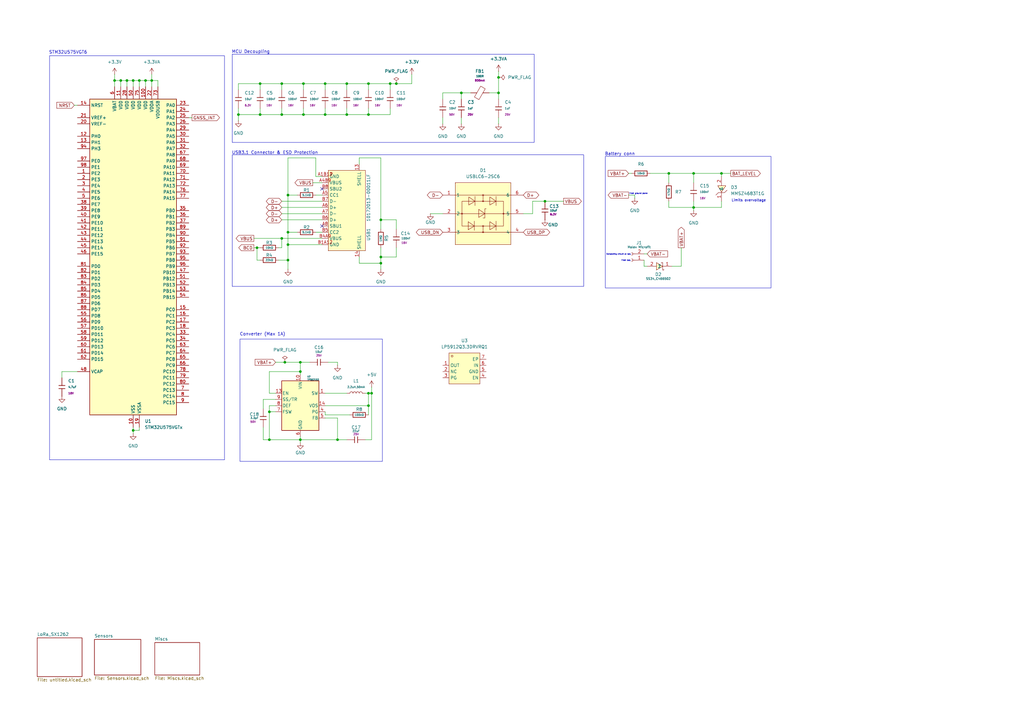
<source format=kicad_sch>
(kicad_sch (version 20250114) (generator "eeschema") (generator_version "9.0")
  (paper "A3")
  (lib_symbols
    (symbol "Connector:Conn_01x02_Socket" (pin_names (offset 1.016) (hide yes))
      (property "Reference" "J" (at 0 2.54 0))
      (property "Value" "Conn_01x02_Socket" (at 0 -5.08 0))
      (symbol "Conn_01x02_Socket_1_1"
        (pin passive line (at -5.08 0 0) (length 3.81) (name "Pin_1") (number "1"))
        (pin passive line (at -5.08 -2.54 0) (length 3.81) (name "Pin_2") (number "2"))
      )
    )
    (symbol "EasyEDA:10172013-00011LF"
      (property "Reference" "USB" (at 0 25.4 0))
      (property "Value" "10172013-00011LF" (at 0 -22.86 0))
      (symbol "10172013-00011LF_0_1"
        (pin unspecified line (at -7.62 15.24 0) (length 2.54) (name "GND") (number "A1B12"))
        (pin unspecified line (at -7.62 12.7 0) (length 2.54) (name "VBUS") (number "A4B9"))
        (pin unspecified line (at -7.62 10.16 0) (length 2.54) (name "SBU2") (number "B8"))
        (pin unspecified line (at -7.62 7.62 0) (length 2.54) (name "CC1") (number "A5"))
        (pin unspecified line (at -7.62 5.08 0) (length 2.54) (name "D-") (number "B7"))
        (pin unspecified line (at -7.62 2.54 0) (length 2.54) (name "D+") (number "A6"))
        (pin unspecified line (at -7.62 0 0) (length 2.54) (name "D-") (number "A7"))
        (pin unspecified line (at -7.62 -2.54 0) (length 2.54) (name "D+") (number "B6"))
        (pin unspecified line (at -7.62 -5.08 0) (length 2.54) (name "SBU1") (number "A8"))
        (pin unspecified line (at -7.62 -7.62 0) (length 2.54) (name "CC2") (number "B5"))
        (pin unspecified line (at -7.62 -10.16 0) (length 2.54) (name "VBUS") (number "B4A9"))
        (pin unspecified line (at -7.62 -12.7 0) (length 2.54) (name "GND") (number "B1A12"))
        (pin unspecified line (at 7.62 20.32 270) (length 2.54) (name "SHELL") (number "13"))
        (pin unspecified line (at 7.62 -17.78 90) (length 2.54) (name "SHELL") (number "14"))
      )
    )
    (symbol "EasyEDA:LP5912Q3.3DRVRQ1"
      (property "Reference" "U" (at 0 8.89 0))
      (property "Value" "LP5912Q3.3DRVRQ1" (at 0 -8.89 0))
      (symbol "LP5912Q3.3DRVRQ1_0_1"
        (pin unspecified line (at -8.89 1.27 0) (length 2.54) (name "OUT") (number "1"))
        (pin unspecified line (at -8.89 -1.27 0) (length 2.54) (name "NC") (number "2"))
        (pin unspecified line (at -8.89 -3.81 0) (length 2.54) (name "PG") (number "3"))
        (pin unspecified line (at 8.89 3.81 180) (length 2.54) (name "EP") (number "7"))
        (pin unspecified line (at 8.89 1.27 180) (length 2.54) (name "IN") (number "6"))
        (pin unspecified line (at 8.89 -1.27 180) (length 2.54) (name "GND") (number "5"))
        (pin unspecified line (at 8.89 -3.81 180) (length 2.54) (name "EN") (number "4"))
      )
    )
    (symbol "EasyEDA:MMSZ4683T1G"
      (property "Reference" "D" (at 0 10.16 0))
      (property "Value" "MMSZ4683T1G" (at 0 -10.16 0))
      (symbol "MMSZ4683T1G_0_1"
        (pin unspecified line (at 0 5.08 270) (length 3.81) (name "C") (number "1"))
        (pin unspecified line (at 0 -5.08 90) (length 3.81) (name "A") (number "2"))
      )
    )
    (symbol "EasyEDA:SS34_C466502"
      (property "Reference" "D" (at 0 5.08 0))
      (property "Value" "SS34_C466502" (at 0 -5.08 0))
      (symbol "SS34_C466502_0_1"
        (pin unspecified line (at -5.08 0 0) (length 3.81) (name "1") (number "1"))
        (pin unspecified line (at 5.08 0 180) (length 3.81) (name "2") (number "2"))
      )
    )
    (symbol "EasyEDA:USBLC6-2SC6"
      (property "Reference" "D" (at 0 12.7 0))
      (property "Value" "USBLC6-2SC6" (at 0 -12.7 0))
      (symbol "USBLC6-2SC6_0_1"
        (pin input line (at -16.51 7.62 0) (length 5.08) (name "1") (number "1"))
        (pin input line (at -16.51 0 0) (length 5.08) (name "2") (number "2"))
        (pin input line (at -16.51 -7.62 0) (length 5.08) (name "3") (number "3"))
        (pin input line (at 16.51 7.62 180) (length 5.08) (name "6") (number "6"))
        (pin input line (at 16.51 0 180) (length 5.08) (name "5") (number "5"))
        (pin input line (at 16.51 -7.62 180) (length 5.08) (name "4") (number "4"))
      )
    )
    (symbol "MCU_ST_STM32U5:STM32U575VGTx"
      (property "Reference" "U" (at -17.78 67.31 0))
      (property "Value" "STM32U575VGTx" (at 12.7 67.31 0))
      (symbol "STM32U575VGTx_1_1"
        (pin input line (at -22.86 63.5 0) (length 5.08) (name "NRST") (number "14"))
        (pin input line (at -22.86 58.42 0) (length 5.08) (name "VREF+") (number "21"))
        (pin input line (at -22.86 55.88 0) (length 5.08) (name "VREF-") (number "20"))
        (pin bidirectional line (at -22.86 50.8 0) (length 5.08) (name "PH0") (number "12"))
        (pin bidirectional line (at -22.86 48.26 0) (length 5.08) (name "PH1") (number "13"))
        (pin bidirectional line (at -22.86 45.72 0) (length 5.08) (name "PH3") (number "94"))
        (pin bidirectional line (at -22.86 40.64 0) (length 5.08) (name "PE0") (number "97"))
        (pin bidirectional line (at -22.86 38.1 0) (length 5.08) (name "PE1") (number "98"))
        (pin bidirectional line (at -22.86 35.56 0) (length 5.08) (name "PE2") (number "1"))
        (pin bidirectional line (at -22.86 33.02 0) (length 5.08) (name "PE3") (number "2"))
        (pin bidirectional line (at -22.86 30.48 0) (length 5.08) (name "PE4") (number "3"))
        (pin bidirectional line (at -22.86 27.94 0) (length 5.08) (name "PE5") (number "4"))
        (pin bidirectional line (at -22.86 25.4 0) (length 5.08) (name "PE6") (number "5"))
        (pin bidirectional line (at -22.86 22.86 0) (length 5.08) (name "PE7") (number "38"))
        (pin bidirectional line (at -22.86 20.32 0) (length 5.08) (name "PE8") (number "39"))
        (pin bidirectional line (at -22.86 17.78 0) (length 5.08) (name "PE9") (number "40"))
        (pin bidirectional line (at -22.86 15.24 0) (length 5.08) (name "PE10") (number "41"))
        (pin bidirectional line (at -22.86 12.7 0) (length 5.08) (name "PE11") (number "42"))
        (pin bidirectional line (at -22.86 10.16 0) (length 5.08) (name "PE12") (number "43"))
        (pin bidirectional line (at -22.86 7.62 0) (length 5.08) (name "PE13") (number "44"))
        (pin bidirectional line (at -22.86 5.08 0) (length 5.08) (name "PE14") (number "45"))
        (pin bidirectional line (at -22.86 2.54 0) (length 5.08) (name "PE15") (number "46"))
        (pin bidirectional line (at -22.86 -2.54 0) (length 5.08) (name "PD0") (number "81"))
        (pin bidirectional line (at -22.86 -5.08 0) (length 5.08) (name "PD1") (number "82"))
        (pin bidirectional line (at -22.86 -7.62 0) (length 5.08) (name "PD2") (number "83"))
        (pin bidirectional line (at -22.86 -10.16 0) (length 5.08) (name "PD3") (number "84"))
        (pin bidirectional line (at -22.86 -12.7 0) (length 5.08) (name "PD4") (number "85"))
        (pin bidirectional line (at -22.86 -15.24 0) (length 5.08) (name "PD5") (number "86"))
        (pin bidirectional line (at -22.86 -17.78 0) (length 5.08) (name "PD6") (number "87"))
        (pin bidirectional line (at -22.86 -20.32 0) (length 5.08) (name "PD7") (number "88"))
        (pin bidirectional line (at -22.86 -22.86 0) (length 5.08) (name "PD8") (number "55"))
        (pin bidirectional line (at -22.86 -25.4 0) (length 5.08) (name "PD9") (number "56"))
        (pin bidirectional line (at -22.86 -27.94 0) (length 5.08) (name "PD10") (number "57"))
        (pin bidirectional line (at -22.86 -30.48 0) (length 5.08) (name "PD11") (number "58"))
        (pin bidirectional line (at -22.86 -33.02 0) (length 5.08) (name "PD12") (number "59"))
        (pin bidirectional line (at -22.86 -35.56 0) (length 5.08) (name "PD13") (number "60"))
        (pin bidirectional line (at -22.86 -38.1 0) (length 5.08) (name "PD14") (number "61"))
        (pin bidirectional line (at -22.86 -40.64 0) (length 5.08) (name "PD15") (number "62"))
        (pin power_out line (at -22.86 -45.72 0) (length 5.08) (name "VCAP") (number "48"))
        (pin power_in line (at -7.62 71.12 270) (length 5.08) (name "VBAT") (number "6"))
        (pin power_in line (at -5.08 71.12 270) (length 5.08) (name "VDD") (number "11"))
        (pin power_in line (at -2.54 71.12 270) (length 5.08) (name "VDD") (number "28"))
        (pin power_in line (at 0 71.12 270) (length 5.08) (name "VDD") (number "50"))
        (pin power_in line (at 0 -68.58 90) (length 5.08) (name "VSS") (number "10"))
        (pin passive line (at 0 -68.58 90) (length 5.08) (hide yes) (name "VSS") (number "27"))
        (pin passive line (at 0 -68.58 90) (length 5.08) (hide yes) (name "VSS") (number "49"))
        (pin passive line (at 0 -68.58 90) (length 5.08) (hide yes) (name "VSS") (number "74"))
        (pin passive line (at 0 -68.58 90) (length 5.08) (hide yes) (name "VSS") (number "99"))
        (pin power_in line (at 2.54 71.12 270) (length 5.08) (name "VDD") (number "75"))
        (pin power_in line (at 2.54 -68.58 90) (length 5.08) (name "VSSA") (number "19"))
        (pin power_in line (at 5.08 71.12 270) (length 5.08) (name "VDD") (number "100"))
        (pin power_in line (at 7.62 71.12 270) (length 5.08) (name "VDDA") (number "22"))
        (pin power_in line (at 10.16 71.12 270) (length 5.08) (name "VDDUSB") (number "73"))
        (pin bidirectional line (at 22.86 63.5 180) (length 5.08) (name "PA0") (number "23"))
        (pin bidirectional line (at 22.86 60.96 180) (length 5.08) (name "PA1") (number "24"))
        (pin bidirectional line (at 22.86 58.42 180) (length 5.08) (name "PA2") (number "25"))
        (pin bidirectional line (at 22.86 55.88 180) (length 5.08) (name "PA3") (number "26"))
        (pin bidirectional line (at 22.86 53.34 180) (length 5.08) (name "PA4") (number "29"))
        (pin bidirectional line (at 22.86 50.8 180) (length 5.08) (name "PA5") (number "30"))
        (pin bidirectional line (at 22.86 48.26 180) (length 5.08) (name "PA6") (number "31"))
        (pin bidirectional line (at 22.86 45.72 180) (length 5.08) (name "PA7") (number "32"))
        (pin bidirectional line (at 22.86 43.18 180) (length 5.08) (name "PA8") (number "67"))
        (pin bidirectional line (at 22.86 40.64 180) (length 5.08) (name "PA9") (number "68"))
        (pin bidirectional line (at 22.86 38.1 180) (length 5.08) (name "PA10") (number "69"))
        (pin bidirectional line (at 22.86 35.56 180) (length 5.08) (name "PA11") (number "70"))
        (pin bidirectional line (at 22.86 33.02 180) (length 5.08) (name "PA12") (number "71"))
        (pin bidirectional line (at 22.86 30.48 180) (length 5.08) (name "PA13") (number "72"))
        (pin bidirectional line (at 22.86 27.94 180) (length 5.08) (name "PA14") (number "76"))
        (pin bidirectional line (at 22.86 25.4 180) (length 5.08) (name "PA15") (number "77"))
        (pin bidirectional line (at 22.86 20.32 180) (length 5.08) (name "PB0") (number "35"))
        (pin bidirectional line (at 22.86 17.78 180) (length 5.08) (name "PB1") (number "36"))
        (pin bidirectional line (at 22.86 15.24 180) (length 5.08) (name "PB2") (number "37"))
        (pin bidirectional line (at 22.86 12.7 180) (length 5.08) (name "PB3") (number "89"))
        (pin bidirectional line (at 22.86 10.16 180) (length 5.08) (name "PB4") (number "90"))
        (pin bidirectional line (at 22.86 7.62 180) (length 5.08) (name "PB5") (number "91"))
        (pin bidirectional line (at 22.86 5.08 180) (length 5.08) (name "PB6") (number "92"))
        (pin bidirectional line (at 22.86 2.54 180) (length 5.08) (name "PB7") (number "93"))
        (pin bidirectional line (at 22.86 0 180) (length 5.08) (name "PB8") (number "95"))
        (pin bidirectional line (at 22.86 -2.54 180) (length 5.08) (name "PB9") (number "96"))
        (pin bidirectional line (at 22.86 -5.08 180) (length 5.08) (name "PB10") (number "47"))
        (pin bidirectional line (at 22.86 -7.62 180) (length 5.08) (name "PB12") (number "51"))
        (pin bidirectional line (at 22.86 -10.16 180) (length 5.08) (name "PB13") (number "52"))
        (pin bidirectional line (at 22.86 -12.7 180) (length 5.08) (name "PB14") (number "53"))
        (pin bidirectional line (at 22.86 -15.24 180) (length 5.08) (name "PB15") (number "54"))
        (pin bidirectional line (at 22.86 -20.32 180) (length 5.08) (name "PC0") (number "15"))
        (pin bidirectional line (at 22.86 -22.86 180) (length 5.08) (name "PC1") (number "16"))
        (pin bidirectional line (at 22.86 -25.4 180) (length 5.08) (name "PC2") (number "17"))
        (pin bidirectional line (at 22.86 -27.94 180) (length 5.08) (name "PC3") (number "18"))
        (pin bidirectional line (at 22.86 -30.48 180) (length 5.08) (name "PC4") (number "33"))
        (pin bidirectional line (at 22.86 -33.02 180) (length 5.08) (name "PC5") (number "34"))
        (pin bidirectional line (at 22.86 -35.56 180) (length 5.08) (name "PC6") (number "63"))
        (pin bidirectional line (at 22.86 -38.1 180) (length 5.08) (name "PC7") (number "64"))
        (pin bidirectional line (at 22.86 -40.64 180) (length 5.08) (name "PC8") (number "65"))
        (pin bidirectional line (at 22.86 -43.18 180) (length 5.08) (name "PC9") (number "66"))
        (pin bidirectional line (at 22.86 -45.72 180) (length 5.08) (name "PC10") (number "78"))
        (pin bidirectional line (at 22.86 -48.26 180) (length 5.08) (name "PC11") (number "79"))
        (pin bidirectional line (at 22.86 -50.8 180) (length 5.08) (name "PC12") (number "80"))
        (pin bidirectional line (at 22.86 -53.34 180) (length 5.08) (name "PC13") (number "7"))
        (pin bidirectional line (at 22.86 -55.88 180) (length 5.08) (name "PC14") (number "8"))
        (pin bidirectional line (at 22.86 -58.42 180) (length 5.08) (name "PC15") (number "9"))
      )
    )
    (symbol "PCM_JLCPCB-Capacitors:0402,100nF" (pin_numbers (hide yes)) (pin_names (offset 0))
      (property "Reference" "C" (at 2.032 1.668 0))
      (property "Value" "100nF" (at 2.032 -0.3782 0))
      (property "Voltage Rated" "16V" (at 2.032 -2.0462 0))
      (symbol "0402,100nF_1_1"
        (pin passive line (at 0 3.81 270) (length 3.175) (name "~") (number "1"))
        (pin passive line (at 0 -3.81 90) (length 3.175) (name "~") (number "2"))
      )
    )
    (symbol "PCM_JLCPCB-Capacitors:0402,10nF" (pin_numbers (hide yes)) (pin_names (offset 0))
      (property "Reference" "C" (at 2.032 1.668 0))
      (property "Value" "10nF" (at 2.032 -0.3782 0))
      (property "Voltage Rated" "50V" (at 2.032 -2.0462 0))
      (symbol "0402,10nF_1_1"
        (pin passive line (at 0 3.81 270) (length 3.175) (name "~") (number "1"))
        (pin passive line (at 0 -3.81 90) (length 3.175) (name "~") (number "2"))
      )
    )
    (symbol "PCM_JLCPCB-Capacitors:0402,10uF" (pin_numbers (hide yes)) (pin_names (offset 0))
      (property "Reference" "C" (at 2.032 1.668 0))
      (property "Value" "10uF" (at 2.032 -0.3782 0))
      (property "Voltage Rated" "6.3V" (at 2.032 -2.0462 0))
      (symbol "0402,10uF_1_1"
        (pin passive line (at 0 3.81 270) (length 3.175) (name "~") (number "1"))
        (pin passive line (at 0 -3.81 90) (length 3.175) (name "~") (number "2"))
      )
    )
    (symbol "PCM_JLCPCB-Capacitors:0402,1uF" (pin_numbers (hide yes)) (pin_names (offset 0))
      (property "Reference" "C" (at 2.032 1.668 0))
      (property "Value" "1uF" (at 2.032 -0.3782 0))
      (property "Voltage Rated" "25V" (at 2.032 -2.0462 0))
      (symbol "0402,1uF_1_1"
        (pin passive line (at 0 3.81 270) (length 3.175) (name "~") (number "1"))
        (pin passive line (at 0 -3.81 90) (length 3.175) (name "~") (number "2"))
      )
    )
    (symbol "PCM_JLCPCB-Capacitors:0402,3.3pF" (pin_numbers (hide yes)) (pin_names (offset 0))
      (property "Reference" "C" (at 2.032 1.668 0))
      (property "Value" "3.3pF" (at 2.032 -0.3782 0))
      (property "Voltage Rated" "50V" (at 2.032 -2.0462 0))
      (symbol "0402,3.3pF_1_1"
        (pin passive line (at 0 3.81 270) (length 3.175) (name "~") (number "1"))
        (pin passive line (at 0 -3.81 90) (length 3.175) (name "~") (number "2"))
      )
    )
    (symbol "PCM_JLCPCB-Capacitors:0402,4.7uF" (pin_numbers (hide yes)) (pin_names (offset 0))
      (property "Reference" "C" (at 2.032 1.668 0))
      (property "Value" "4.7uF" (at 2.032 -0.3782 0))
      (property "Voltage Rated" "10V" (at 2.032 -2.0462 0))
      (symbol "0402,4.7uF_1_1"
        (pin passive line (at 0 3.81 270) (length 3.175) (name "~") (number "1"))
        (pin passive line (at 0 -3.81 90) (length 3.175) (name "~") (number "2"))
      )
    )
    (symbol "PCM_JLCPCB-Capacitors:0603,10uF,(2)" (pin_numbers (hide yes)) (pin_names (offset 0))
      (property "Reference" "C" (at 2.032 1.668 0))
      (property "Value" "10uF" (at 2.032 -0.3782 0))
      (property "Voltage Rated" "25V" (at 2.032 -2.0462 0))
      (symbol "0603,10uF,(2)_1_1"
        (pin passive line (at 0 3.81 270) (length 3.175) (name "~") (number "1"))
        (pin passive line (at 0 -3.81 90) (length 3.175) (name "~") (number "2"))
      )
    )
    (symbol "PCM_JLCPCB-Capacitors:0805,22uF" (pin_numbers (hide yes)) (pin_names (offset 0))
      (property "Reference" "C" (at 2.032 1.668 0))
      (property "Value" "22uF" (at 2.032 -0.3782 0))
      (property "Voltage Rated" "25V" (at 2.032 -2.0462 0))
      (symbol "0805,22uF_1_1"
        (pin passive line (at 0 3.81 270) (length 3.175) (name "~") (number "1"))
        (pin passive line (at 0 -3.81 90) (length 3.175) (name "~") (number "2"))
      )
    )
    (symbol "PCM_JLCPCB-Inductors:2.2uH,50mA" (pin_numbers (hide yes)) (pin_names (offset 0))
      (property "Reference" "L" (at 1.2673 0.834 0))
      (property "Value" "2.2uH,50mA" (at 1.2673 -1.2122 0))
      (symbol "2.2uH,50mA_1_1"
        (pin passive line (at 0 3.81 270) (length 1.27) (name "~") (number "1"))
        (pin passive line (at 0 -3.81 90) (length 1.27) (name "~") (number "2"))
      )
    )
    (symbol "PCM_JLCPCB-Inductors:Ferrite,0805" (pin_numbers (hide yes)) (pin_names (offset 0))
      (property "Reference" "FB" (at 3.4036 1.2508 0))
      (property "Current Rating" "800mA" (at 3.4036 -1.5274 0))
      (symbol "Ferrite,0805_1_1"
        (pin passive line (at 0 3.81 270) (length 2.54) (name "~") (number "1"))
        (pin passive line (at 0 -3.81 90) (length 2.54) (name "~") (number "2"))
      )
    )
    (symbol "PCM_JLCPCB-Resistors:0402,100kΩ" (pin_numbers (hide yes)) (pin_names (offset 0))
      (property "Reference" "R" (at 1.778 0 0))
      (property "Value" "100kΩ" (at 0 0 90))
      (symbol "0402,100kΩ_1_1"
        (pin passive line (at 0 3.81 270) (length 1.27) (name "~") (number "1"))
        (pin passive line (at 0 -3.81 90) (length 1.27) (name "~") (number "2"))
      )
    )
    (symbol "PCM_JLCPCB-Resistors:0402,10kΩ" (pin_numbers (hide yes)) (pin_names (offset 0))
      (property "Reference" "R" (at 1.778 0 0))
      (property "Value" "10kΩ" (at 0 0 90))
      (symbol "0402,10kΩ_1_1"
        (pin passive line (at 0 3.81 270) (length 1.27) (name "~") (number "1"))
        (pin passive line (at 0 -3.81 90) (length 1.27) (name "~") (number "2"))
      )
    )
    (symbol "PCM_JLCPCB-Resistors:0402,1MΩ" (pin_numbers (hide yes)) (pin_names (offset 0))
      (property "Reference" "R" (at 1.778 0 0))
      (property "Value" "1MΩ" (at 0 0 90))
      (symbol "0402,1MΩ_1_1"
        (pin passive line (at 0 3.81 270) (length 1.27) (name "~") (number "1"))
        (pin passive line (at 0 -3.81 90) (length 1.27) (name "~") (number "2"))
      )
    )
    (symbol "PCM_JLCPCB-Resistors:0402,22kΩ" (pin_numbers (hide yes)) (pin_names (offset 0))
      (property "Reference" "R" (at 1.778 0 0))
      (property "Value" "22kΩ" (at 0 0 90))
      (symbol "0402,22kΩ_1_1"
        (pin passive line (at 0 3.81 270) (length 1.27) (name "~") (number "1"))
        (pin passive line (at 0 -3.81 90) (length 1.27) (name "~") (number "2"))
      )
    )
    (symbol "PCM_JLCPCB-Resistors:0402,47kΩ" (pin_numbers (hide yes)) (pin_names (offset 0))
      (property "Reference" "R" (at 1.778 0 0))
      (property "Value" "47kΩ" (at 0 0 90))
      (symbol "0402,47kΩ_1_1"
        (pin passive line (at 0 3.81 270) (length 1.27) (name "~") (number "1"))
        (pin passive line (at 0 -3.81 90) (length 1.27) (name "~") (number "2"))
      )
    )
    (symbol "PCM_JLCPCB-Resistors:0402,5.1kΩ" (pin_numbers (hide yes)) (pin_names (offset 0))
      (property "Reference" "R" (at 1.778 0 0))
      (property "Value" "5.1kΩ" (at 0 0 90))
      (symbol "0402,5.1kΩ_1_1"
        (pin passive line (at 0 3.81 270) (length 1.27) (name "~") (number "1"))
        (pin passive line (at 0 -3.81 90) (length 1.27) (name "~") (number "2"))
      )
    )
    (symbol "Regulator_Switching:TPS62153" (pin_names (offset 0.254))
      (property "Reference" "U" (at 3.81 13.97 0))
      (property "Value" "TPS62153" (at 3.81 11.43 0))
      (symbol "TPS62153_1_1"
        (pin input line (at -10.16 5.08 0) (length 2.54) (name "EN") (number "13"))
        (pin input line (at -10.16 2.54 0) (length 2.54) (name "SS/TR") (number "9"))
        (pin input line (at -10.16 0 0) (length 2.54) (name "DEF") (number "8"))
        (pin input line (at -10.16 -2.54 0) (length 2.54) (name "FSW") (number "7"))
        (pin power_in line (at 0 12.7 270) (length 2.54) (name "VIN") (number "10"))
        (pin passive line (at 0 12.7 270) (length 2.54) (hide yes) (name "VIN") (number "11"))
        (pin passive line (at 0 12.7 270) (length 2.54) (hide yes) (name "VIN") (number "12"))
        (pin passive line (at 0 -12.7 90) (length 2.54) (hide yes) (name "GND") (number "15"))
        (pin passive line (at 0 -12.7 90) (length 2.54) (hide yes) (name "GND") (number "16"))
        (pin passive line (at 0 -12.7 90) (length 2.54) (hide yes) (name "GND") (number "17"))
        (pin power_in line (at 0 -12.7 90) (length 2.54) (name "GND") (number "6"))
        (pin output line (at 10.16 5.08 180) (length 2.54) (name "SW") (number "1"))
        (pin passive line (at 10.16 5.08 180) (length 2.54) (hide yes) (name "SW") (number "2"))
        (pin passive line (at 10.16 5.08 180) (length 2.54) (hide yes) (name "SW") (number "3"))
        (pin input line (at 10.16 0 180) (length 2.54) (name "VOS") (number "14"))
        (pin open_collector line (at 10.16 -2.54 180) (length 2.54) (name "PG") (number "4"))
        (pin input line (at 10.16 -5.08 180) (length 2.54) (name "FB") (number "5"))
      )
    )
    (symbol "power:+3.3V" (power) (pin_numbers (hide yes)) (pin_names (offset 0) (hide yes))
      (property "Value" "+3.3V" (at 0 3.556 0))
      (symbol "+3.3V_1_1"
        (pin power_in line (at 0 0 90) (length 0) (name "~") (number "1"))
      )
    )
    (symbol "power:+3.3VA" (power) (pin_numbers (hide yes)) (pin_names (offset 0) (hide yes))
      (property "Value" "+3.3VA" (at 0 3.556 0))
      (symbol "+3.3VA_1_1"
        (pin power_in line (at 0 0 90) (length 0) (name "~") (number "1"))
      )
    )
    (symbol "power:+5V" (power) (pin_numbers (hide yes)) (pin_names (offset 0) (hide yes))
      (property "Value" "+5V" (at 0 3.556 0))
      (symbol "+5V_1_1"
        (pin power_in line (at 0 0 90) (length 0) (name "~") (number "1"))
      )
    )
    (symbol "power:GND" (power) (pin_numbers (hide yes)) (pin_names (offset 0) (hide yes))
      (property "Value" "GND" (at 0 -3.81 0))
      (symbol "GND_1_1"
        (pin power_in line (at 0 0 270) (length 0) (name "~") (number "1"))
      )
    )
    (symbol "power:PWR_FLAG" (power) (pin_numbers (hide yes)) (pin_names (offset 0) (hide yes))
      (property "Value" "PWR_FLAG" (at 0 3.81 0))
      (symbol "PWR_FLAG_0_0"
        (pin power_out line (at 0 0 90) (length 0) (name "~") (number "1"))
      )
    )
  )
  (rectangle (start 95.25 22.225) (end 219.075 58.42))
  (rectangle (start 248.285 64.135) (end 316.23 118.11))
  (rectangle (start 20.32 22.86) (end 92.075 188.595))
  (rectangle (start 95.25 63.5) (end 239.395 117.475))
  (rectangle (start 98.425 139.065) (end 156.845 189.23))
  (text "STM32U575VGT6" (at 27.94 21.59 0) (effects (font (size 1.27 1.27))))
  (text "Battery conn" (at 254.254 63.246 0) (effects (font (size 1.27 1.27))))
  (text "Completing circuit at bat." (at 253.746 104.394 0) (effects (font (size 0.508 0.508))))
  (text "Limits overvoltage" (at 307.086 82.296 0) (effects (font (size 1.016 1.016))))
  (text "Converter (Max 1A)" (at 107.696 137.16 0) (effects (font (size 1.27 1.27))))
  (text "From ground plane" (at 261.874 79.502 0) (effects (font (size 0.508 0.508))))
  (text "MCU Decoupling" (at 102.87 21.336 0) (effects (font (size 1.27 1.27))))
  (text "From bat." (at 256.794 106.934 0) (effects (font (size 0.508 0.508))))
  (text "USB3.1 Connector & ESD Protection" (at 112.776 62.738 0) (effects (font (size 1.27 1.27))))
  (junction (at 49.53 33.02))
  (junction (at 274.32 71.12))
  (junction (at 52.07 33.02))
  (junction (at 160.02 34.29))
  (junction (at 284.48 71.12))
  (junction (at 116.84 148.59))
  (junction (at 284.48 85.09))
  (junction (at 133.35 34.29))
  (junction (at 57.15 33.02))
  (junction (at 124.46 34.29))
  (junction (at 118.11 80.01))
  (junction (at 115.57 46.99))
  (junction (at 115.57 34.29))
  (junction (at 123.19 148.59))
  (junction (at 115.57 97.79))
  (junction (at 156.21 90.17))
  (junction (at 105.41 101.6))
  (junction (at 118.11 100.33))
  (junction (at 156.21 107.95))
  (junction (at 138.43 180.34))
  (junction (at 118.11 106.68))
  (junction (at 110.49 180.34))
  (junction (at 295.91 71.12))
  (junction (at 54.61 33.02))
  (junction (at 118.11 95.25))
  (junction (at 142.24 34.29))
  (junction (at 46.99 33.02))
  (junction (at 189.23 38.1))
  (junction (at 133.35 46.99))
  (junction (at 123.19 180.34))
  (junction (at 106.68 34.29))
  (junction (at 110.49 168.91))
  (junction (at 204.47 38.1))
  (junction (at 54.61 176.53))
  (junction (at 62.23 33.02))
  (junction (at 59.69 33.02))
  (junction (at 162.56 34.29))
  (junction (at 124.46 46.99))
  (junction (at 106.68 46.99))
  (junction (at 151.13 34.29))
  (junction (at 123.19 152.4))
  (junction (at 142.24 46.99))
  (junction (at 151.13 46.99))
  (junction (at 151.13 161.29))
  (junction (at 156.21 105.41))
  (junction (at 223.52 82.55))
  (junction (at 204.47 31.75))
  (junction (at 97.79 46.99))
  (junction (at 151.13 166.37))
  (junction (at 152.4 161.29))
  (no_connect (at 132.08 77.47))
  (no_connect (at 132.08 92.71))
  (wire (pts (xy 151.13 166.37) (xy 151.13 161.29)))
  (wire (pts (xy 97.79 34.29) (xy 106.68 34.29)))
  (wire (pts (xy 160.02 34.29) (xy 162.56 34.29)))
  (wire (pts (xy 59.69 33.02) (xy 57.15 33.02)))
  (wire (pts (xy 156.21 64.77) (xy 156.21 90.17)))
  (wire (pts (xy 46.99 30.48) (xy 46.99 33.02)))
  (wire (pts (xy 264.16 106.68) (xy 264.16 109.22)))
  (wire (pts (xy 110.49 161.29) (xy 110.49 152.4)))
  (wire (pts (xy 31.75 152.4) (xy 25.4 152.4)))
  (wire (pts (xy 128.27 74.93) (xy 132.08 74.93)))
  (wire (pts (xy 138.43 180.34) (xy 142.24 180.34)))
  (wire (pts (xy 97.79 44.45) (xy 97.79 46.99)))
  (wire (pts (xy 132.08 72.39) (xy 129.54 72.39)))
  (wire (pts (xy 64.77 35.56) (xy 64.77 33.02)))
  (wire (pts (xy 275.59 109.22) (xy 279.4 109.22)))
  (wire (pts (xy 149.86 180.34) (xy 152.4 180.34)))
  (wire (pts (xy 160.02 46.99) (xy 160.02 44.45)))
  (wire (pts (xy 52.07 35.56) (xy 52.07 33.02)))
  (wire (pts (xy 193.04 38.1) (xy 189.23 38.1)))
  (wire (pts (xy 162.56 93.98) (xy 162.56 90.17)))
  (wire (pts (xy 181.61 38.1) (xy 189.23 38.1)))
  (wire (pts (xy 107.95 180.34) (xy 110.49 180.34)))
  (wire (pts (xy 147.32 67.31) (xy 147.32 64.77)))
  (wire (pts (xy 260.35 80.01) (xy 257.81 80.01)))
  (wire (pts (xy 97.79 46.99) (xy 106.68 46.99)))
  (wire (pts (xy 115.57 46.99) (xy 124.46 46.99)))
  (wire (pts (xy 189.23 38.1) (xy 189.23 40.64)))
  (wire (pts (xy 168.91 34.29) (xy 168.91 30.48)))
  (wire (pts (xy 156.21 90.17) (xy 156.21 93.98)))
  (wire (pts (xy 129.54 80.01) (xy 132.08 80.01)))
  (wire (pts (xy 30.48 43.18) (xy 31.75 43.18)))
  (wire (pts (xy 54.61 175.26) (xy 54.61 176.53)))
  (wire (pts (xy 115.57 82.55) (xy 132.08 82.55)))
  (wire (pts (xy 295.91 71.12) (xy 299.72 71.12)))
  (wire (pts (xy 113.03 168.91) (xy 110.49 168.91)))
  (wire (pts (xy 106.68 46.99) (xy 115.57 46.99)))
  (wire (pts (xy 123.19 152.4) (xy 123.19 153.67)))
  (wire (pts (xy 57.15 175.26) (xy 57.15 176.53)))
  (wire (pts (xy 295.91 71.12) (xy 295.91 72.39)))
  (wire (pts (xy 118.11 106.68) (xy 118.11 110.49)))
  (wire (pts (xy 274.32 71.12) (xy 284.48 71.12)))
  (wire (pts (xy 260.35 81.28) (xy 260.35 80.01)))
  (wire (pts (xy 156.21 107.95) (xy 156.21 110.49)))
  (wire (pts (xy 133.35 34.29) (xy 142.24 34.29)))
  (wire (pts (xy 124.46 44.45) (xy 124.46 46.99)))
  (wire (pts (xy 138.43 148.59) (xy 134.62 148.59)))
  (wire (pts (xy 129.54 64.77) (xy 118.11 64.77)))
  (wire (pts (xy 104.14 97.79) (xy 115.57 97.79)))
  (wire (pts (xy 218.44 87.63) (xy 214.63 87.63)))
  (wire (pts (xy 115.57 34.29) (xy 115.57 36.83)))
  (wire (pts (xy 54.61 33.02) (xy 52.07 33.02)))
  (wire (pts (xy 138.43 171.45) (xy 138.43 180.34)))
  (wire (pts (xy 279.4 109.22) (xy 279.4 101.6)))
  (wire (pts (xy 64.77 33.02) (xy 62.23 33.02)))
  (wire (pts (xy 151.13 161.29) (xy 149.86 161.29)))
  (wire (pts (xy 105.41 106.68) (xy 105.41 101.6)))
  (wire (pts (xy 118.11 95.25) (xy 118.11 100.33)))
  (wire (pts (xy 133.35 46.99) (xy 142.24 46.99)))
  (wire (pts (xy 124.46 34.29) (xy 133.35 34.29)))
  (wire (pts (xy 77.47 48.26) (xy 78.74 48.26)))
  (wire (pts (xy 204.47 48.26) (xy 204.47 50.8)))
  (wire (pts (xy 218.44 82.55) (xy 218.44 87.63)))
  (wire (pts (xy 106.68 34.29) (xy 115.57 34.29)))
  (wire (pts (xy 133.35 170.18) (xy 143.51 170.18)))
  (wire (pts (xy 110.49 152.4) (xy 123.19 152.4)))
  (wire (pts (xy 115.57 87.63) (xy 132.08 87.63)))
  (wire (pts (xy 204.47 38.1) (xy 204.47 31.75)))
  (wire (pts (xy 118.11 100.33) (xy 118.11 106.68)))
  (wire (pts (xy 123.19 148.59) (xy 123.19 152.4)))
  (wire (pts (xy 162.56 105.41) (xy 156.21 105.41)))
  (wire (pts (xy 284.48 85.09) (xy 295.91 85.09)))
  (wire (pts (xy 97.79 46.99) (xy 97.79 49.53)))
  (wire (pts (xy 151.13 44.45) (xy 151.13 46.99)))
  (wire (pts (xy 57.15 33.02) (xy 54.61 33.02)))
  (wire (pts (xy 107.95 163.83) (xy 113.03 163.83)))
  (wire (pts (xy 181.61 40.64) (xy 181.61 38.1)))
  (wire (pts (xy 129.54 95.25) (xy 132.08 95.25)))
  (wire (pts (xy 200.66 38.1) (xy 204.47 38.1)))
  (wire (pts (xy 123.19 179.07) (xy 123.19 180.34)))
  (wire (pts (xy 284.48 85.09) (xy 284.48 86.36)))
  (wire (pts (xy 54.61 35.56) (xy 54.61 33.02)))
  (wire (pts (xy 274.32 82.55) (xy 274.32 85.09)))
  (wire (pts (xy 115.57 90.17) (xy 132.08 90.17)))
  (wire (pts (xy 284.48 71.12) (xy 284.48 74.93)))
  (wire (pts (xy 133.35 170.18) (xy 133.35 168.91)))
  (wire (pts (xy 133.35 44.45) (xy 133.35 46.99)))
  (wire (pts (xy 97.79 36.83) (xy 97.79 34.29)))
  (wire (pts (xy 49.53 33.02) (xy 46.99 33.02)))
  (wire (pts (xy 264.16 109.22) (xy 265.43 109.22)))
  (wire (pts (xy 151.13 46.99) (xy 160.02 46.99)))
  (wire (pts (xy 147.32 107.95) (xy 156.21 107.95)))
  (wire (pts (xy 115.57 34.29) (xy 124.46 34.29)))
  (wire (pts (xy 62.23 30.48) (xy 62.23 33.02)))
  (wire (pts (xy 181.61 87.63) (xy 176.53 87.63)))
  (wire (pts (xy 115.57 85.09) (xy 132.08 85.09)))
  (wire (pts (xy 151.13 170.18) (xy 151.13 166.37)))
  (wire (pts (xy 181.61 48.26) (xy 181.61 50.8)))
  (wire (pts (xy 156.21 101.6) (xy 156.21 105.41)))
  (wire (pts (xy 152.4 180.34) (xy 152.4 161.29)))
  (wire (pts (xy 274.32 71.12) (xy 274.32 74.93)))
  (wire (pts (xy 54.61 176.53) (xy 54.61 177.8)))
  (wire (pts (xy 133.35 166.37) (xy 151.13 166.37)))
  (wire (pts (xy 162.56 34.29) (xy 168.91 34.29)))
  (wire (pts (xy 295.91 85.09) (xy 295.91 82.55)))
  (wire (pts (xy 160.02 34.29) (xy 160.02 36.83)))
  (wire (pts (xy 129.54 72.39) (xy 129.54 64.77)))
  (wire (pts (xy 118.11 80.01) (xy 121.92 80.01)))
  (wire (pts (xy 142.24 34.29) (xy 151.13 34.29)))
  (wire (pts (xy 106.68 34.29) (xy 106.68 36.83)))
  (wire (pts (xy 118.11 64.77) (xy 118.11 80.01)))
  (wire (pts (xy 138.43 149.86) (xy 138.43 148.59)))
  (wire (pts (xy 59.69 35.56) (xy 59.69 33.02)))
  (wire (pts (xy 151.13 34.29) (xy 160.02 34.29)))
  (wire (pts (xy 46.99 33.02) (xy 46.99 35.56)))
  (wire (pts (xy 123.19 148.59) (xy 127 148.59)))
  (wire (pts (xy 284.48 82.55) (xy 284.48 85.09)))
  (wire (pts (xy 57.15 176.53) (xy 54.61 176.53)))
  (wire (pts (xy 113.03 166.37) (xy 110.49 166.37)))
  (wire (pts (xy 133.35 171.45) (xy 138.43 171.45)))
  (wire (pts (xy 113.03 148.59) (xy 116.84 148.59)))
  (wire (pts (xy 59.69 33.02) (xy 62.23 33.02)))
  (wire (pts (xy 114.3 101.6) (xy 115.57 101.6)))
  (wire (pts (xy 116.84 148.59) (xy 123.19 148.59)))
  (wire (pts (xy 118.11 100.33) (xy 132.08 100.33)))
  (wire (pts (xy 264.16 104.14) (xy 265.43 104.14)))
  (wire (pts (xy 110.49 168.91) (xy 110.49 180.34)))
  (wire (pts (xy 105.41 101.6) (xy 106.68 101.6)))
  (wire (pts (xy 104.14 101.6) (xy 105.41 101.6)))
  (wire (pts (xy 284.48 71.12) (xy 295.91 71.12)))
  (wire (pts (xy 118.11 80.01) (xy 118.11 95.25)))
  (wire (pts (xy 274.32 85.09) (xy 284.48 85.09)))
  (wire (pts (xy 142.24 46.99) (xy 151.13 46.99)))
  (wire (pts (xy 106.68 106.68) (xy 105.41 106.68)))
  (wire (pts (xy 115.57 97.79) (xy 132.08 97.79)))
  (wire (pts (xy 110.49 166.37) (xy 110.49 168.91)))
  (wire (pts (xy 162.56 90.17) (xy 156.21 90.17)))
  (wire (pts (xy 189.23 48.26) (xy 189.23 50.8)))
  (wire (pts (xy 204.47 38.1) (xy 204.47 40.64)))
  (wire (pts (xy 57.15 35.56) (xy 57.15 33.02)))
  (wire (pts (xy 133.35 34.29) (xy 133.35 36.83)))
  (wire (pts (xy 114.3 106.68) (xy 118.11 106.68)))
  (wire (pts (xy 231.14 82.55) (xy 223.52 82.55)))
  (wire (pts (xy 118.11 95.25) (xy 121.92 95.25)))
  (wire (pts (xy 25.4 152.4) (xy 25.4 154.94)))
  (wire (pts (xy 133.35 161.29) (xy 142.24 161.29)))
  (wire (pts (xy 156.21 105.41) (xy 156.21 107.95)))
  (wire (pts (xy 49.53 35.56) (xy 49.53 33.02)))
  (wire (pts (xy 142.24 34.29) (xy 142.24 36.83)))
  (wire (pts (xy 107.95 175.26) (xy 107.95 180.34)))
  (wire (pts (xy 62.23 33.02) (xy 62.23 35.56)))
  (wire (pts (xy 107.95 167.64) (xy 107.95 163.83)))
  (wire (pts (xy 223.52 82.55) (xy 218.44 82.55)))
  (wire (pts (xy 113.03 161.29) (xy 110.49 161.29)))
  (wire (pts (xy 152.4 161.29) (xy 151.13 161.29)))
  (wire (pts (xy 257.81 71.12) (xy 259.08 71.12)))
  (wire (pts (xy 123.19 180.34) (xy 138.43 180.34)))
  (wire (pts (xy 162.56 101.6) (xy 162.56 105.41)))
  (wire (pts (xy 123.19 180.34) (xy 123.19 181.61)))
  (wire (pts (xy 124.46 34.29) (xy 124.46 36.83)))
  (wire (pts (xy 147.32 64.77) (xy 156.21 64.77)))
  (wire (pts (xy 142.24 44.45) (xy 142.24 46.99)))
  (wire (pts (xy 115.57 97.79) (xy 115.57 101.6)))
  (wire (pts (xy 110.49 180.34) (xy 123.19 180.34)))
  (wire (pts (xy 151.13 34.29) (xy 151.13 36.83)))
  (wire (pts (xy 204.47 31.75) (xy 204.47 29.21)))
  (wire (pts (xy 124.46 46.99) (xy 133.35 46.99)))
  (wire (pts (xy 106.68 44.45) (xy 106.68 46.99)))
  (wire (pts (xy 152.4 158.75) (xy 152.4 161.29)))
  (wire (pts (xy 52.07 33.02) (xy 49.53 33.02)))
  (wire (pts (xy 147.32 105.41) (xy 147.32 107.95)))
  (wire (pts (xy 266.7 71.12) (xy 274.32 71.12)))
  (wire (pts (xy 115.57 44.45) (xy 115.57 46.99)))
  (global_label "D+" (shape bidirectional) (at 214.63 80.01 0) (property "Intersheetrefs" "${INTERSHEET_REFS}" (effects (hide yes))))
  (global_label "D+" (shape bidirectional) (at 115.57 85.09 180) (property "Intersheetrefs" "${INTERSHEET_REFS}" (effects (hide yes))))
  (global_label "VBAT+" (shape output) (at 279.4 101.6 90) (property "Intersheetrefs" "${INTERSHEET_REFS}" (effects (hide yes))))
  (global_label "NRST" (shape input) (at 30.48 43.18 180) (property "Intersheetrefs" "${INTERSHEET_REFS}" (effects (hide yes))))
  (global_label "VBAT+" (shape input) (at 113.03 148.59 180) (property "Intersheetrefs" "${INTERSHEET_REFS}" (effects (hide yes))))
  (global_label "VBAT-" (shape input) (at 265.43 104.14 0) (property "Intersheetrefs" "${INTERSHEET_REFS}" (effects (hide yes))))
  (global_label "VBAT-" (shape output) (at 257.81 80.01 180) (property "Intersheetrefs" "${INTERSHEET_REFS}" (effects (hide yes))))
  (global_label "D-" (shape bidirectional) (at 181.61 80.01 180) (property "Intersheetrefs" "${INTERSHEET_REFS}" (effects (hide yes))))
  (global_label "D-" (shape bidirectional) (at 115.57 87.63 180) (property "Intersheetrefs" "${INTERSHEET_REFS}" (effects (hide yes))))
  (global_label "VBUS" (shape output) (at 231.14 82.55 0) (property "Intersheetrefs" "${INTERSHEET_REFS}" (effects (hide yes))))
  (global_label "USB_DP" (shape bidirectional) (at 214.63 95.25 0) (property "Intersheetrefs" "${INTERSHEET_REFS}" (effects (hide yes))))
  (global_label "D-" (shape bidirectional) (at 115.57 82.55 180) (property "Intersheetrefs" "${INTERSHEET_REFS}" (effects (hide yes))))
  (global_label "USB_DN" (shape bidirectional) (at 181.61 95.25 180) (property "Intersheetrefs" "${INTERSHEET_REFS}" (effects (hide yes))))
  (global_label "BCD" (shape output) (at 104.14 101.6 180) (property "Intersheetrefs" "${INTERSHEET_REFS}" (effects (hide yes))))
  (global_label "VBAT+" (shape input) (at 257.81 71.12 180) (property "Intersheetrefs" "${INTERSHEET_REFS}" (effects (hide yes))))
  (global_label "D+" (shape bidirectional) (at 115.57 90.17 180) (property "Intersheetrefs" "${INTERSHEET_REFS}" (effects (hide yes))))
  (global_label "BAT_LEVEL" (shape output) (at 299.72 71.12 0) (property "Intersheetrefs" "${INTERSHEET_REFS}" (effects (hide yes))))
  (global_label "VBUS" (shape output) (at 104.14 97.79 180) (property "Intersheetrefs" "${INTERSHEET_REFS}" (effects (hide yes))))
  (global_label "GNSS_INT" (shape output) (at 78.74 48.26 0) (property "Intersheetrefs" "${INTERSHEET_REFS}" (effects (hide yes))))
  (global_label "VBUS" (shape output) (at 128.27 74.93 180) (property "Intersheetrefs" "${INTERSHEET_REFS}" (effects (hide yes))))
  (symbol (lib_id "power:GND") (at 156.21 110.49 0) (mirror y) (unit 1)
    (property "Reference" "#PWR014" (effects (hide yes)))
    (property "Value" "GND" (at 156.21 115.57 0))
    (property "Description" "Power symbol creates a global label with name \"GND\" , ground" (effects (hide yes)))
  )
  (symbol (lib_id "PCM_JLCPCB-Resistors:0402,1MΩ") (at 156.21 97.79 180) (unit 1)
    (property "Reference" "R5" (at 158.496 99.06 90) (effects (justify right)))
    (property "Value" "1MΩ" (at 156.21 97.79 90) (effects (font (size 0.8 0.8))))
    (property "Footprint" "PCM_JLCPCB:R_0402" (effects (hide yes)))
    (property "Datasheet" "https://www.lcsc.com/datasheet/lcsc_datasheet_2206010030_UNI-ROYAL-Uniroyal-Elec-0402WGF1004TCE_C26083.pdf" (effects (hide yes)))
    (property "Description" "62.5mW Thick Film Resistors 50V ±100ppm/°C ±1% 1MΩ 0402 Chip Resistor - Surface Mount ROHS" (effects (hide yes)))
    (property "LCSC" "C26083" (effects (hide yes)))
    (property "Stock" "1571686" (effects (hide yes)))
    (property "Price" "0.004USD" (effects (hide yes)))
    (property "Process" "SMT" (effects (hide yes)))
    (property "Minimum Qty" "20" (effects (hide yes)))
    (property "Attrition Qty" "10" (effects (hide yes)))
    (property "Class" "Basic Component" (effects (hide yes)))
    (property "Category" "Resistors,Chip Resistor - Surface Mount" (effects (hide yes)))
    (property "Manufacturer" "UNI-ROYAL(Uniroyal Elec)" (effects (hide yes)))
    (property "Part" "0402WGF1004TCE" (effects (hide yes)))
    (property "Resistance" "1MΩ" (effects (hide yes)))
    (property "Power(Watts)" "62.5mW" (effects (hide yes)))
    (property "Type" "Thick Film Resistors" (effects (hide yes)))
    (property "Overload Voltage (Max)" "50V" (effects (hide yes)))
    (property "Operating Temperature Range" "-55°C~+155°C" (effects (hide yes)))
    (property "Tolerance" "±1%" (effects (hide yes)))
    (property "Temperature Coefficient" "±100ppm/°C" (effects (hide yes)))
  )
  (symbol (lib_id "PCM_JLCPCB-Capacitors:0402,3.3pF") (at 107.95 171.45 0) (unit 1)
    (property "Reference" "C18" (at 102.362 169.926 0) (effects (justify left)))
    (property "Value" "3.3pF" (at 102.616 171.45 0) (effects (font (size 0.8 0.8)) (justify left)))
    (property "Footprint" "PCM_JLCPCB:C_0402" (effects (hide yes)))
    (property "Datasheet" "https://www.lcsc.com/datasheet/lcsc_datasheet_2304140030_FH--Guangdong-Fenghua-Advanced-Tech-0402CG3R3C500NT_C1565.pdf" (effects (hide yes)))
    (property "Description" "50V 3.3pF C0G 0402 Multilayer Ceramic Capacitors MLCC - SMD/SMT ROHS" (effects (hide yes)))
    (property "LCSC" "C1565" (effects (hide yes)))
    (property "Stock" "99487" (effects (hide yes)))
    (property "Price" "0.004USD" (effects (hide yes)))
    (property "Process" "SMT" (effects (hide yes)))
    (property "Minimum Qty" "20" (effects (hide yes)))
    (property "Attrition Qty" "10" (effects (hide yes)))
    (property "Class" "Preferred Component" (effects (hide yes)))
    (property "Category" "Capacitors,Multilayer Ceramic Capacitors MLCC - SMD/SMT" (effects (hide yes)))
    (property "Manufacturer" "FH(Guangdong Fenghua Advanced Tech)" (effects (hide yes)))
    (property "Part" "0402CG3R3C500NT" (effects (hide yes)))
    (property "Voltage Rated" "50V" (at 102.616 172.974 0) (effects (font (size 0.8 0.8)) (justify left)))
    (property "Capacitance" "3.3pF" (effects (hide yes)))
    (property "Temperature Coefficient" "C0G" (effects (hide yes)))
  )
  (symbol (lib_id "Connector:Conn_01x02_Socket") (at 259.08 106.68 180) (unit 1)
    (property "Reference" "J1" (at 262.128 99.568 0))
    (property "Value" "Molex Microfit" (at 262.128 101.346 0) (effects (font (size 0.889 0.889))))
    (property "Description" "Generic connector, single row, 01x02, script generated" (effects (hide yes)))
  )
  (symbol (lib_id "PCM_JLCPCB-Resistors:0402,47kΩ") (at 274.32 78.74 0) (unit 1)
    (property "Reference" "R7" (at 276.86 78.7399 0) (effects (justify left)))
    (property "Value" "47kΩ" (at 274.32 78.74 90) (effects (font (size 0.8 0.8))))
    (property "Footprint" "PCM_JLCPCB:R_0402" (effects (hide yes)))
    (property "Datasheet" "https://www.lcsc.com/datasheet/lcsc_datasheet_2206010100_UNI-ROYAL-Uniroyal-Elec-0402WGF4702TCE_C25792.pdf" (effects (hide yes)))
    (property "Description" "62.5mW Thick Film Resistors 50V ±100ppm/°C ±1% 47kΩ 0402 Chip Resistor - Surface Mount ROHS" (effects (hide yes)))
    (property "LCSC" "C25792" (effects (hide yes)))
    (property "Stock" "1788255" (effects (hide yes)))
    (property "Price" "0.004USD" (effects (hide yes)))
    (property "Process" "SMT" (effects (hide yes)))
    (property "Minimum Qty" "20" (effects (hide yes)))
    (property "Attrition Qty" "10" (effects (hide yes)))
    (property "Class" "Basic Component" (effects (hide yes)))
    (property "Category" "Resistors,Chip Resistor - Surface Mount" (effects (hide yes)))
    (property "Manufacturer" "UNI-ROYAL(Uniroyal Elec)" (effects (hide yes)))
    (property "Part" "0402WGF4702TCE" (effects (hide yes)))
    (property "Resistance" "47kΩ" (effects (hide yes)))
    (property "Power(Watts)" "62.5mW" (effects (hide yes)))
    (property "Type" "Thick Film Resistors" (effects (hide yes)))
    (property "Overload Voltage (Max)" "50V" (effects (hide yes)))
    (property "Operating Temperature Range" "-55°C~+155°C" (effects (hide yes)))
    (property "Tolerance" "±1%" (effects (hide yes)))
    (property "Temperature Coefficient" "±100ppm/°C" (effects (hide yes)))
  )
  (symbol (lib_id "power:+3.3VA") (at 62.23 30.48 0) (unit 1)
    (property "Reference" "#PWR03" (effects (hide yes)))
    (property "Value" "+3.3VA" (at 62.23 25.4 0))
    (property "Description" "Power symbol creates a global label with name \"+3.3VA\"" (effects (hide yes)))
  )
  (symbol (lib_id "power:PWR_FLAG") (at 162.56 34.29 0) (unit 1)
    (property "Reference" "#FLG01" (effects (hide yes)))
    (property "Value" "PWR_FLAG" (at 162.56 29.21 0))
    (property "Description" "Special symbol for telling ERC where power comes from" (effects (hide yes)))
  )
  (symbol (lib_id "power:GND") (at 118.11 110.49 0) (mirror y) (unit 1)
    (property "Reference" "#PWR012" (effects (hide yes)))
    (property "Value" "GND" (at 118.11 115.57 0))
    (property "Description" "Power symbol creates a global label with name \"GND\" , ground" (effects (hide yes)))
  )
  (symbol (lib_id "power:PWR_FLAG") (at 116.84 148.59 0) (unit 1)
    (property "Reference" "#FLG03" (effects (hide yes)))
    (property "Value" "PWR_FLAG" (at 116.84 143.51 0))
    (property "Description" "Special symbol for telling ERC where power comes from" (effects (hide yes)))
  )
  (symbol (lib_id "EasyEDA:LP5912Q3.3DRVRQ1") (at 190.5 151.13 0) (unit 1)
    (property "Reference" "U3" (at 190.5 139.7 0))
    (property "Value" "LP5912Q3.3DRVRQ1" (at 190.5 142.24 0))
    (property "Footprint" "EasyEDA:WSON-6_L2.0-W2.0-P0.65-TL-EP" (effects (hide yes)))
    (property "Datasheet" "https://lcsc.com/product-detail/Low-Dropout-Regulators-LDO_Texas-Instruments-Texas-Instruments-LP5912Q3-3DRVRQ1_C575581.html" (effects (hide yes)))
    (property "LCSC Part" "C575581" (effects (hide yes)))
  )
  (symbol (lib_id "PCM_JLCPCB-Capacitors:0402,4.7uF") (at 25.4 158.75 0) (unit 1)
    (property "Reference" "C1" (at 27.94 156.2099 0) (effects (justify left)))
    (property "Value" "4.7uF" (at 27.94 158.75 0) (effects (font (size 0.8 0.8)) (justify left)))
    (property "Footprint" "PCM_JLCPCB:C_0402" (effects (hide yes)))
    (property "Datasheet" "https://www.lcsc.com/datasheet/lcsc_datasheet_2304140030_Samsung-Electro-Mechanics-CL05A475MP5NRNC_C23733.pdf" (effects (hide yes)))
    (property "Description" "10V 4.7uF X5R ±20% 0402 Multilayer Ceramic Capacitors MLCC - SMD/SMT ROHS" (effects (hide yes)))
    (property "LCSC" "C23733" (effects (hide yes)))
    (property "Stock" "1653350" (effects (hide yes)))
    (property "Price" "0.008USD" (effects (hide yes)))
    (property "Process" "SMT" (effects (hide yes)))
    (property "Minimum Qty" "20" (effects (hide yes)))
    (property "Attrition Qty" "10" (effects (hide yes)))
    (property "Class" "Basic Component" (effects (hide yes)))
    (property "Category" "Capacitors,Multilayer Ceramic Capacitors MLCC - SMD/SMT" (effects (hide yes)))
    (property "Manufacturer" "Samsung Electro-Mechanics" (effects (hide yes)))
    (property "Part" "CL05A475MP5NRNC" (effects (hide yes)))
    (property "Voltage Rated" "10V" (at 27.94 161.29 0) (effects (font (size 0.8 0.8)) (justify left)))
    (property "Tolerance" "±20%" (effects (hide yes)))
    (property "Capacitance" "4.7uF" (effects (hide yes)))
    (property "Temperature Coefficient" "X5R" (effects (hide yes)))
  )
  (symbol (lib_id "PCM_JLCPCB-Resistors:0402,5.1kΩ") (at 125.73 80.01 90) (unit 1)
    (property "Reference" "R1" (at 125.73 77.978 90))
    (property "Value" "5.1kΩ" (at 125.73 80.01 90) (effects (font (size 0.8 0.8))))
    (property "Footprint" "PCM_JLCPCB:R_0402" (effects (hide yes)))
    (property "Datasheet" "https://www.lcsc.com/datasheet/lcsc_datasheet_2206010045_UNI-ROYAL-Uniroyal-Elec-0402WGF5101TCE_C25905.pdf" (effects (hide yes)))
    (property "Description" "62.5mW Thick Film Resistors 50V ±100ppm/°C ±1% 5.1kΩ 0402 Chip Resistor - Surface Mount ROHS" (effects (hide yes)))
    (property "LCSC" "C25905" (effects (hide yes)))
    (property "Stock" "3358114" (effects (hide yes)))
    (property "Price" "0.004USD" (effects (hide yes)))
    (property "Process" "SMT" (effects (hide yes)))
    (property "Minimum Qty" "20" (effects (hide yes)))
    (property "Attrition Qty" "10" (effects (hide yes)))
    (property "Class" "Basic Component" (effects (hide yes)))
    (property "Category" "Resistors,Chip Resistor - Surface Mount" (effects (hide yes)))
    (property "Manufacturer" "UNI-ROYAL(Uniroyal Elec)" (effects (hide yes)))
    (property "Part" "0402WGF5101TCE" (effects (hide yes)))
    (property "Resistance" "5.1kΩ" (effects (hide yes)))
    (property "Power(Watts)" "62.5mW" (effects (hide yes)))
    (property "Type" "Thick Film Resistors" (effects (hide yes)))
    (property "Overload Voltage (Max)" "50V" (effects (hide yes)))
    (property "Operating Temperature Range" "-55°C~+155°C" (effects (hide yes)))
    (property "Tolerance" "±1%" (effects (hide yes)))
    (property "Temperature Coefficient" "±100ppm/°C" (effects (hide yes)))
  )
  (symbol (lib_id "PCM_JLCPCB-Capacitors:0805,22uF") (at 146.05 180.34 90) (unit 1)
    (property "Reference" "C17" (at 146.05 175.26 90))
    (property "Value" "22uF" (at 146.05 176.784 90) (effects (font (size 0.8 0.8))))
    (property "Footprint" "PCM_JLCPCB:C_0805" (effects (hide yes)))
    (property "Datasheet" "https://www.lcsc.com/datasheet/lcsc_datasheet_2304140030_Samsung-Electro-Mechanics-CL21A226MAQNNNE_C45783.pdf" (effects (hide yes)))
    (property "Description" "25V 22uF X5R ±20% 0805 Multilayer Ceramic Capacitors MLCC - SMD/SMT ROHS" (effects (hide yes)))
    (property "LCSC" "C45783" (effects (hide yes)))
    (property "Stock" "2950936" (effects (hide yes)))
    (property "Price" "0.024USD" (effects (hide yes)))
    (property "Process" "SMT" (effects (hide yes)))
    (property "Minimum Qty" "20" (effects (hide yes)))
    (property "Attrition Qty" "6" (effects (hide yes)))
    (property "Class" "Basic Component" (effects (hide yes)))
    (property "Category" "Capacitors,Multilayer Ceramic Capacitors MLCC - SMD/SMT" (effects (hide yes)))
    (property "Manufacturer" "Samsung Electro-Mechanics" (effects (hide yes)))
    (property "Part" "CL21A226MAQNNNE" (effects (hide yes)))
    (property "Voltage Rated" "25V" (at 146.05 178.054 90) (effects (font (size 0.8 0.8))))
    (property "Tolerance" "±20%" (effects (hide yes)))
    (property "Capacitance" "22uF" (effects (hide yes)))
    (property "Temperature Coefficient" "X5R" (effects (hide yes)))
  )
  (symbol (lib_id "power:GND") (at 189.23 50.8 0) (mirror y) (unit 1)
    (property "Reference" "#PWR08" (effects (hide yes)))
    (property "Value" "GND" (at 189.23 55.88 0))
    (property "Description" "Power symbol creates a global label with name \"GND\" , ground" (effects (hide yes)))
  )
  (symbol (lib_id "PCM_JLCPCB-Capacitors:0402,100nF") (at 162.56 97.79 180) (unit 1)
    (property "Reference" "C14" (at 164.338 95.758 0) (effects (justify right)))
    (property "Value" "100nF" (at 164.592 97.79 0) (effects (font (size 0.8 0.8)) (justify right)))
    (property "Footprint" "PCM_JLCPCB:C_0402" (effects (hide yes)))
    (property "Datasheet" "https://www.lcsc.com/datasheet/lcsc_datasheet_2304140030_Samsung-Electro-Mechanics-CL05B104KO5NNNC_C1525.pdf" (effects (hide yes)))
    (property "Description" "16V 100nF X7R ±10% 0402 Multilayer Ceramic Capacitors MLCC - SMD/SMT ROHS" (effects (hide yes)))
    (property "LCSC" "C1525" (effects (hide yes)))
    (property "Stock" "22081787" (effects (hide yes)))
    (property "Price" "0.004USD" (effects (hide yes)))
    (property "Process" "SMT" (effects (hide yes)))
    (property "Minimum Qty" "20" (effects (hide yes)))
    (property "Attrition Qty" "10" (effects (hide yes)))
    (property "Class" "Basic Component" (effects (hide yes)))
    (property "Category" "Capacitors,Multilayer Ceramic Capacitors MLCC - SMD/SMT" (effects (hide yes)))
    (property "Manufacturer" "Samsung Electro-Mechanics" (effects (hide yes)))
    (property "Part" "CL05B104KO5NNNC" (effects (hide yes)))
    (property "Voltage Rated" "16V" (at 164.592 99.568 0) (effects (font (size 0.8 0.8)) (justify right)))
    (property "Tolerance" "±10%" (effects (hide yes)))
    (property "Capacitance" "100nF" (effects (hide yes)))
    (property "Temperature Coefficient" "X7R" (effects (hide yes)))
  )
  (symbol (lib_id "power:+3.3V") (at 46.99 30.48 0) (mirror y) (unit 1)
    (property "Reference" "#PWR02" (effects (hide yes)))
    (property "Value" "+3.3V" (at 46.99 25.4 0))
    (property "Description" "Power symbol creates a global label with name \"+3.3V\"" (effects (hide yes)))
  )
  (symbol (lib_id "power:+3.3V") (at 168.91 30.48 0) (unit 1)
    (property "Reference" "#PWR05" (effects (hide yes)))
    (property "Value" "+3.3V" (at 168.91 25.4 0))
    (property "Description" "Power symbol creates a global label with name \"+3.3V\"" (effects (hide yes)))
  )
  (symbol (lib_id "PCM_JLCPCB-Capacitors:0402,10uF") (at 97.79 40.64 0) (unit 1)
    (property "Reference" "C12" (at 100.33 38.0999 0) (effects (justify left)))
    (property "Value" "10uF" (at 100.33 40.64 0) (effects (font (size 0.8 0.8)) (justify left)))
    (property "Footprint" "PCM_JLCPCB:C_0402" (effects (hide yes)))
    (property "Datasheet" "https://www.lcsc.com/datasheet/lcsc_datasheet_2208231630_Samsung-Electro-Mechanics-CL05A106MQ5NUNC_C15525.pdf" (effects (hide yes)))
    (property "Description" "6.3V 10uF X5R ±20% 0402 Multilayer Ceramic Capacitors MLCC - SMD/SMT ROHS" (effects (hide yes)))
    (property "LCSC" "C15525" (effects (hide yes)))
    (property "Stock" "7375560" (effects (hide yes)))
    (property "Price" "0.007USD" (effects (hide yes)))
    (property "Process" "SMT" (effects (hide yes)))
    (property "Minimum Qty" "20" (effects (hide yes)))
    (property "Attrition Qty" "10" (effects (hide yes)))
    (property "Class" "Basic Component" (effects (hide yes)))
    (property "Category" "Capacitors,Multilayer Ceramic Capacitors MLCC - SMD/SMT" (effects (hide yes)))
    (property "Manufacturer" "Samsung Electro-Mechanics" (effects (hide yes)))
    (property "Part" "CL05A106MQ5NUNC" (effects (hide yes)))
    (property "Voltage Rated" "6.3V" (at 100.33 43.18 0) (effects (font (size 0.8 0.8)) (justify left)))
    (property "Tolerance" "±20%" (effects (hide yes)))
    (property "Capacitance" "10uF" (effects (hide yes)))
    (property "Temperature Coefficient" "X5R" (effects (hide yes)))
  )
  (symbol (lib_id "power:GND") (at 54.61 177.8 0) (unit 1)
    (property "Reference" "#PWR01" (effects (hide yes)))
    (property "Value" "GND" (at 54.61 182.88 0))
    (property "Description" "Power symbol creates a global label with name \"GND\" , ground" (effects (hide yes)))
  )
  (symbol (lib_id "power:+5V") (at 152.4 158.75 0) (unit 1)
    (property "Reference" "#PWR018" (effects (hide yes)))
    (property "Value" "+5V" (at 152.4 153.67 0))
    (property "Description" "Power symbol creates a global label with name \"+5V\"" (effects (hide yes)))
  )
  (symbol (lib_id "power:PWR_FLAG") (at 204.47 31.75 270) (unit 1)
    (property "Reference" "#FLG02" (effects (hide yes)))
    (property "Value" "PWR_FLAG" (at 208.28 31.7499 90) (effects (justify left)))
    (property "Description" "Special symbol for telling ERC where power comes from" (effects (hide yes)))
  )
  (symbol (lib_id "power:+3.3VA") (at 204.47 29.21 0) (unit 1)
    (property "Reference" "#PWR06" (effects (hide yes)))
    (property "Value" "+3.3VA" (at 204.47 24.13 0))
    (property "Description" "Power symbol creates a global label with name \"+3.3VA\"" (effects (hide yes)))
  )
  (symbol (lib_id "Regulator_Switching:TPS62153") (at 123.19 166.37 0) (unit 1)
    (property "Reference" "U2" (at 125.984 154.432 0) (effects (font (size 0.635 0.635)) (justify left)))
    (property "Value" "TPS62153" (at 125.984 155.702 0) (effects (font (size 0.635 0.635)) (justify left)))
    (property "Footprint" "Package_DFN_QFN:VQFN-16-1EP_3x3mm_P0.5mm_EP1.68x1.68mm_ThermalVias" (effects (hide yes)))
    (property "Datasheet" "http://www.ti.com/lit/ds/symlink/TPS62150.pdf" (effects (hide yes)))
    (property "Description" "1A Step-Down Converter with DCS-Control, Fixed 5.0V Output Voltage, 3-17V Input Voltage, QFN-16" (effects (hide yes)))
  )
  (symbol (lib_id "power:GND") (at 260.35 81.28 0) (unit 1)
    (property "Reference" "#PWR015" (effects (hide yes)))
    (property "Value" "GND" (at 260.35 86.36 0))
    (property "Description" "Power symbol creates a global label with name \"GND\" , ground" (effects (hide yes)))
  )
  (symbol (lib_id "PCM_JLCPCB-Resistors:0402,22kΩ") (at 110.49 106.68 90) (unit 1)
    (property "Reference" "R4" (at 111.76 104.648 90) (effects (justify left)))
    (property "Value" "22kΩ" (at 110.49 106.68 90) (effects (font (size 0.8 0.8))))
    (property "Footprint" "PCM_JLCPCB:R_0402" (effects (hide yes)))
    (property "Datasheet" "https://www.lcsc.com/datasheet/lcsc_datasheet_2206010100_UNI-ROYAL-Uniroyal-Elec-0402WGF2202TCE_C25768.pdf" (effects (hide yes)))
    (property "Description" "62.5mW Thick Film Resistors 50V ±100ppm/°C ±1% 22kΩ 0402 Chip Resistor - Surface Mount ROHS" (effects (hide yes)))
    (property "LCSC" "C25768" (effects (hide yes)))
    (property "Stock" "813623" (effects (hide yes)))
    (property "Price" "0.004USD" (effects (hide yes)))
    (property "Process" "SMT" (effects (hide yes)))
    (property "Minimum Qty" "20" (effects (hide yes)))
    (property "Attrition Qty" "10" (effects (hide yes)))
    (property "Class" "Basic Component" (effects (hide yes)))
    (property "Category" "Resistors,Chip Resistor - Surface Mount" (effects (hide yes)))
    (property "Manufacturer" "UNI-ROYAL(Uniroyal Elec)" (effects (hide yes)))
    (property "Part" "0402WGF2202TCE" (effects (hide yes)))
    (property "Resistance" "22kΩ" (effects (hide yes)))
    (property "Power(Watts)" "62.5mW" (effects (hide yes)))
    (property "Type" "Thick Film Resistors" (effects (hide yes)))
    (property "Overload Voltage (Max)" "50V" (effects (hide yes)))
    (property "Operating Temperature Range" "-55°C~+155°C" (effects (hide yes)))
    (property "Tolerance" "±1%" (effects (hide yes)))
    (property "Temperature Coefficient" "±100ppm/°C" (effects (hide yes)))
  )
  (symbol (lib_id "power:GND") (at 223.52 90.17 0) (mirror y) (unit 1)
    (property "Reference" "#PWR013" (effects (hide yes)))
    (property "Value" "GND" (at 226.822 92.202 0))
    (property "Description" "Power symbol creates a global label with name \"GND\" , ground" (effects (hide yes)))
  )
  (symbol (lib_id "PCM_JLCPCB-Resistors:0402,100kΩ") (at 147.32 170.18 270) (mirror x) (unit 1)
    (property "Reference" "R8" (at 147.32 167.894 90))
    (property "Value" "100kΩ" (at 147.32 170.18 90) (effects (font (size 0.8 0.8))))
    (property "Footprint" "PCM_JLCPCB:R_0402" (effects (hide yes)))
    (property "Datasheet" "https://www.lcsc.com/datasheet/lcsc_datasheet_2206010100_UNI-ROYAL-Uniroyal-Elec-0402WGF1003TCE_C25741.pdf" (effects (hide yes)))
    (property "Description" "62.5mW Thick Film Resistors 50V ±100ppm/°C ±1% 100kΩ 0402 Chip Resistor - Surface Mount ROHS" (effects (hide yes)))
    (property "LCSC" "C25741" (effects (hide yes)))
    (property "Stock" "6029454" (effects (hide yes)))
    (property "Price" "0.004USD" (effects (hide yes)))
    (property "Process" "SMT" (effects (hide yes)))
    (property "Minimum Qty" "20" (effects (hide yes)))
    (property "Attrition Qty" "10" (effects (hide yes)))
    (property "Class" "Basic Component" (effects (hide yes)))
    (property "Category" "Resistors,Chip Resistor - Surface Mount" (effects (hide yes)))
    (property "Manufacturer" "UNI-ROYAL(Uniroyal Elec)" (effects (hide yes)))
    (property "Part" "0402WGF1003TCE" (effects (hide yes)))
    (property "Resistance" "100kΩ" (effects (hide yes)))
    (property "Power(Watts)" "62.5mW" (effects (hide yes)))
    (property "Type" "Thick Film Resistors" (effects (hide yes)))
    (property "Overload Voltage (Max)" "50V" (effects (hide yes)))
    (property "Operating Temperature Range" "-55°C~+155°C" (effects (hide yes)))
    (property "Tolerance" "±1%" (effects (hide yes)))
    (property "Temperature Coefficient" "±100ppm/°C" (effects (hide yes)))
  )
  (symbol (lib_id "EasyEDA:SS34_C466502") (at 270.51 109.22 180) (unit 1)
    (property "Reference" "D2" (at 270.002 112.522 0))
    (property "Value" "SS34_C466502" (at 270.002 114.3 0) (effects (font (size 0.889 0.889))))
    (property "Footprint" "EasyEDA:SMA_L4.4-W2.6-LS5.0-RD" (effects (hide yes)))
    (property "Datasheet" "https://lcsc.com/product-detail/Schottky-Barrier-Diodes-SBD_High-Diode-SS34_C466502.html" (effects (hide yes)))
    (property "LCSC Part" "C466502" (effects (hide yes)))
  )
  (symbol (lib_id "PCM_JLCPCB-Capacitors:0402,100nF") (at 284.48 78.74 0) (unit 1)
    (property "Reference" "C15" (at 287.02 76.1999 0) (effects (justify left)))
    (property "Value" "100nF" (at 287.02 78.74 0) (effects (font (size 0.8 0.8)) (justify left)))
    (property "Footprint" "PCM_JLCPCB:C_0402" (effects (hide yes)))
    (property "Datasheet" "https://www.lcsc.com/datasheet/lcsc_datasheet_2304140030_Samsung-Electro-Mechanics-CL05B104KO5NNNC_C1525.pdf" (effects (hide yes)))
    (property "Description" "16V 100nF X7R ±10% 0402 Multilayer Ceramic Capacitors MLCC - SMD/SMT ROHS" (effects (hide yes)))
    (property "LCSC" "C1525" (effects (hide yes)))
    (property "Stock" "22081787" (effects (hide yes)))
    (property "Price" "0.004USD" (effects (hide yes)))
    (property "Process" "SMT" (effects (hide yes)))
    (property "Minimum Qty" "20" (effects (hide yes)))
    (property "Attrition Qty" "10" (effects (hide yes)))
    (property "Class" "Basic Component" (effects (hide yes)))
    (property "Category" "Capacitors,Multilayer Ceramic Capacitors MLCC - SMD/SMT" (effects (hide yes)))
    (property "Manufacturer" "Samsung Electro-Mechanics" (effects (hide yes)))
    (property "Part" "CL05B104KO5NNNC" (effects (hide yes)))
    (property "Voltage Rated" "16V" (at 287.02 81.28 0) (effects (font (size 0.8 0.8)) (justify left)))
    (property "Tolerance" "±10%" (effects (hide yes)))
    (property "Capacitance" "100nF" (effects (hide yes)))
    (property "Temperature Coefficient" "X7R" (effects (hide yes)))
  )
  (symbol (lib_id "PCM_JLCPCB-Capacitors:0402,100nF") (at 151.13 40.64 0) (unit 1)
    (property "Reference" "C10" (at 153.67 38.0999 0) (effects (justify left)))
    (property "Value" "100nF" (at 153.67 40.64 0) (effects (font (size 0.8 0.8)) (justify left)))
    (property "Footprint" "PCM_JLCPCB:C_0402" (effects (hide yes)))
    (property "Datasheet" "https://www.lcsc.com/datasheet/lcsc_datasheet_2304140030_Samsung-Electro-Mechanics-CL05B104KO5NNNC_C1525.pdf" (effects (hide yes)))
    (property "Description" "16V 100nF X7R ±10% 0402 Multilayer Ceramic Capacitors MLCC - SMD/SMT ROHS" (effects (hide yes)))
    (property "LCSC" "C1525" (effects (hide yes)))
    (property "Stock" "22081787" (effects (hide yes)))
    (property "Price" "0.004USD" (effects (hide yes)))
    (property "Process" "SMT" (effects (hide yes)))
    (property "Minimum Qty" "20" (effects (hide yes)))
    (property "Attrition Qty" "10" (effects (hide yes)))
    (property "Class" "Basic Component" (effects (hide yes)))
    (property "Category" "Capacitors,Multilayer Ceramic Capacitors MLCC - SMD/SMT" (effects (hide yes)))
    (property "Manufacturer" "Samsung Electro-Mechanics" (effects (hide yes)))
    (property "Part" "CL05B104KO5NNNC" (effects (hide yes)))
    (property "Voltage Rated" "16V" (at 153.67 43.18 0) (effects (font (size 0.8 0.8)) (justify left)))
    (property "Tolerance" "±10%" (effects (hide yes)))
    (property "Capacitance" "100nF" (effects (hide yes)))
    (property "Temperature Coefficient" "X7R" (effects (hide yes)))
  )
  (symbol (lib_id "PCM_JLCPCB-Capacitors:0402,10nF") (at 181.61 44.45 0) (unit 1)
    (property "Reference" "C2" (at 184.15 41.9099 0) (effects (justify left)))
    (property "Value" "10nF" (at 184.15 44.45 0) (effects (font (size 0.8 0.8)) (justify left)))
    (property "Footprint" "PCM_JLCPCB:C_0402" (effects (hide yes)))
    (property "Datasheet" "https://www.lcsc.com/datasheet/lcsc_datasheet_2304140030_Samsung-Electro-Mechanics-CL05B103KB5NNNC_C15195.pdf" (effects (hide yes)))
    (property "Description" "50V 10nF X7R ±10% 0402 Multilayer Ceramic Capacitors MLCC - SMD/SMT ROHS" (effects (hide yes)))
    (property "LCSC" "C15195" (effects (hide yes)))
    (property "Stock" "1317555" (effects (hide yes)))
    (property "Price" "0.005USD" (effects (hide yes)))
    (property "Process" "SMT" (effects (hide yes)))
    (property "Minimum Qty" "20" (effects (hide yes)))
    (property "Attrition Qty" "10" (effects (hide yes)))
    (property "Class" "Basic Component" (effects (hide yes)))
    (property "Category" "Capacitors,Multilayer Ceramic Capacitors MLCC - SMD/SMT" (effects (hide yes)))
    (property "Manufacturer" "Samsung Electro-Mechanics" (effects (hide yes)))
    (property "Part" "CL05B103KB5NNNC" (effects (hide yes)))
    (property "Voltage Rated" "50V" (at 184.15 46.99 0) (effects (font (size 0.8 0.8)) (justify left)))
    (property "Tolerance" "±10%" (effects (hide yes)))
    (property "Capacitance" "10nF" (effects (hide yes)))
    (property "Temperature Coefficient" "X7R" (effects (hide yes)))
  )
  (symbol (lib_id "PCM_JLCPCB-Capacitors:0402,100nF") (at 106.68 40.64 0) (unit 1)
    (property "Reference" "C5" (at 109.22 38.0999 0) (effects (justify left)))
    (property "Value" "100nF" (at 109.22 40.64 0) (effects (font (size 0.8 0.8)) (justify left)))
    (property "Footprint" "PCM_JLCPCB:C_0402" (effects (hide yes)))
    (property "Datasheet" "https://www.lcsc.com/datasheet/lcsc_datasheet_2304140030_Samsung-Electro-Mechanics-CL05B104KO5NNNC_C1525.pdf" (effects (hide yes)))
    (property "Description" "16V 100nF X7R ±10% 0402 Multilayer Ceramic Capacitors MLCC - SMD/SMT ROHS" (effects (hide yes)))
    (property "LCSC" "C1525" (effects (hide yes)))
    (property "Stock" "22081787" (effects (hide yes)))
    (property "Price" "0.004USD" (effects (hide yes)))
    (property "Process" "SMT" (effects (hide yes)))
    (property "Minimum Qty" "20" (effects (hide yes)))
    (property "Attrition Qty" "10" (effects (hide yes)))
    (property "Class" "Basic Component" (effects (hide yes)))
    (property "Category" "Capacitors,Multilayer Ceramic Capacitors MLCC - SMD/SMT" (effects (hide yes)))
    (property "Manufacturer" "Samsung Electro-Mechanics" (effects (hide yes)))
    (property "Part" "CL05B104KO5NNNC" (effects (hide yes)))
    (property "Voltage Rated" "16V" (at 109.22 43.18 0) (effects (font (size 0.8 0.8)) (justify left)))
    (property "Tolerance" "±10%" (effects (hide yes)))
    (property "Capacitance" "100nF" (effects (hide yes)))
    (property "Temperature Coefficient" "X7R" (effects (hide yes)))
  )
  (symbol (lib_id "PCM_JLCPCB-Inductors:2.2uH,50mA") (at 146.05 161.29 90) (unit 1)
    (property "Reference" "L1" (at 146.05 156.21 90))
    (property "Value" "2.2uH,50mA" (at 146.05 158.75 90) (effects (font (size 0.8 0.8))))
    (property "Footprint" "PCM_JLCPCB:L_0805" (effects (hide yes)))
    (property "Datasheet" "https://www.lcsc.com/datasheet/lcsc_datasheet_2302231101_FH--Guangdong-Fenghua-Advanced-Tech-CMI201209U2R2KT_C1043.pdf" (effects (hide yes)))
    (property "Description" "50mA 2.2uH ±10% 600mΩ 0805 Inductors (SMD) ROHS" (effects (hide yes)))
    (property "LCSC" "C1043" (effects (hide yes)))
    (property "Stock" "84746" (effects (hide yes)))
    (property "Price" "0.011USD" (effects (hide yes)))
    (property "Process" "SMT" (effects (hide yes)))
    (property "Minimum Qty" "20" (effects (hide yes)))
    (property "Attrition Qty" "10" (effects (hide yes)))
    (property "Class" "Preferred Component" (effects (hide yes)))
    (property "Category" "Inductors/Coils/Transformers,Inductors (SMD)" (effects (hide yes)))
    (property "Manufacturer" "FH(Guangdong Fenghua Advanced Tech)" (effects (hide yes)))
    (property "Part" "CMI201209U2R2KT" (effects (hide yes)))
    (property "Inductance" "2.2uH" (effects (hide yes)))
    (property "Q @ Freq" "35@10MHz" (effects (hide yes)))
    (property "Frequency - Self Resonant" "50MHz" (effects (hide yes)))
    (property "Tolerance" "±10%" (effects (hide yes)))
    (property "Rated Current" "50mA" (effects (hide yes)))
    (property "DC Resistance (DCR)" "600mΩ" (effects (hide yes)))
  )
  (symbol (lib_id "PCM_JLCPCB-Capacitors:0402,1uF") (at 204.47 44.45 0) (unit 1)
    (property "Reference" "C4" (at 207.01 41.9099 0) (effects (justify left)))
    (property "Value" "1uF" (at 207.01 44.45 0) (effects (font (size 0.8 0.8)) (justify left)))
    (property "Footprint" "PCM_JLCPCB:C_0402" (effects (hide yes)))
    (property "Datasheet" "https://www.lcsc.com/datasheet/lcsc_datasheet_2304140030_Samsung-Electro-Mechanics-CL05A105KA5NQNC_C52923.pdf" (effects (hide yes)))
    (property "Description" "25V 1uF X5R ±10% 0402 Multilayer Ceramic Capacitors MLCC - SMD/SMT ROHS" (effects (hide yes)))
    (property "LCSC" "C52923" (effects (hide yes)))
    (property "Stock" "6453212" (effects (hide yes)))
    (property "Price" "0.006USD" (effects (hide yes)))
    (property "Process" "SMT" (effects (hide yes)))
    (property "Minimum Qty" "20" (effects (hide yes)))
    (property "Attrition Qty" "10" (effects (hide yes)))
    (property "Class" "Basic Component" (effects (hide yes)))
    (property "Category" "Capacitors,Multilayer Ceramic Capacitors MLCC - SMD/SMT" (effects (hide yes)))
    (property "Manufacturer" "Samsung Electro-Mechanics" (effects (hide yes)))
    (property "Part" "CL05A105KA5NQNC" (effects (hide yes)))
    (property "Voltage Rated" "25V" (at 207.01 46.99 0) (effects (font (size 0.8 0.8)) (justify left)))
    (property "Tolerance" "±10%" (effects (hide yes)))
    (property "Capacitance" "1uF" (effects (hide yes)))
    (property "Temperature Coefficient" "X5R" (effects (hide yes)))
  )
  (symbol (lib_id "EasyEDA:USBLC6-2SC6") (at 198.12 87.63 0) (unit 1)
    (property "Reference" "D1" (at 198.12 69.85 0))
    (property "Value" "USBLC6-2SC6" (at 198.12 72.39 0))
    (property "Footprint" "EasyEDA:SOT-23-6_L2.9-W1.6-P0.95-LS2.8-BL" (effects (hide yes)))
    (property "Datasheet" "https://lcsc.com/product-detail/Diodes-ESD_STMicroelectronics_USBLC6-2SC6_USBLC6-2SC6_C7519.html" (effects (hide yes)))
    (property "LCSC Part" "C7519" (effects (hide yes)))
  )
  (symbol (lib_id "MCU_ST_STM32U5:STM32U575VGTx") (at 54.61 106.68 0) (unit 1)
    (property "Reference" "U1" (at 59.3441 172.72 0) (effects (justify left)))
    (property "Value" "STM32U575VGTx" (at 59.3441 175.26 0) (effects (justify left)))
    (property "Footprint" "Package_QFP:LQFP-100_14x14mm_P0.5mm" (effects (hide yes)))
    (property "Datasheet" "https://www.st.com/resource/en/datasheet/stm32u575vg.pdf" (effects (hide yes)))
    (property "Description" "STMicroelectronics Arm Cortex-M33 MCU, 1024KB flash, 786KB RAM, 160 MHz, 1.71-3.6V, 82 GPIO, LQFP100" (effects (hide yes)))
  )
  (symbol (lib_id "PCM_JLCPCB-Capacitors:0402,100nF") (at 142.24 40.64 0) (unit 1)
    (property "Reference" "C9" (at 144.78 38.0999 0) (effects (justify left)))
    (property "Value" "100nF" (at 144.78 40.64 0) (effects (font (size 0.8 0.8)) (justify left)))
    (property "Footprint" "PCM_JLCPCB:C_0402" (effects (hide yes)))
    (property "Datasheet" "https://www.lcsc.com/datasheet/lcsc_datasheet_2304140030_Samsung-Electro-Mechanics-CL05B104KO5NNNC_C1525.pdf" (effects (hide yes)))
    (property "Description" "16V 100nF X7R ±10% 0402 Multilayer Ceramic Capacitors MLCC - SMD/SMT ROHS" (effects (hide yes)))
    (property "LCSC" "C1525" (effects (hide yes)))
    (property "Stock" "22081787" (effects (hide yes)))
    (property "Price" "0.004USD" (effects (hide yes)))
    (property "Process" "SMT" (effects (hide yes)))
    (property "Minimum Qty" "20" (effects (hide yes)))
    (property "Attrition Qty" "10" (effects (hide yes)))
    (property "Class" "Basic Component" (effects (hide yes)))
    (property "Category" "Capacitors,Multilayer Ceramic Capacitors MLCC - SMD/SMT" (effects (hide yes)))
    (property "Manufacturer" "Samsung Electro-Mechanics" (effects (hide yes)))
    (property "Part" "CL05B104KO5NNNC" (effects (hide yes)))
    (property "Voltage Rated" "16V" (at 144.78 43.18 0) (effects (font (size 0.8 0.8)) (justify left)))
    (property "Tolerance" "±10%" (effects (hide yes)))
    (property "Capacitance" "100nF" (effects (hide yes)))
    (property "Temperature Coefficient" "X7R" (effects (hide yes)))
  )
  (symbol (lib_id "power:GND") (at 181.61 50.8 0) (mirror y) (unit 1)
    (property "Reference" "#PWR09" (effects (hide yes)))
    (property "Value" "GND" (at 181.61 55.88 0))
    (property "Description" "Power symbol creates a global label with name \"GND\" , ground" (effects (hide yes)))
  )
  (symbol (lib_id "PCM_JLCPCB-Capacitors:0402,1uF") (at 189.23 44.45 0) (unit 1)
    (property "Reference" "C3" (at 191.77 41.9099 0) (effects (justify left)))
    (property "Value" "1uF" (at 191.77 44.45 0) (effects (font (size 0.8 0.8)) (justify left)))
    (property "Footprint" "PCM_JLCPCB:C_0402" (effects (hide yes)))
    (property "Datasheet" "https://www.lcsc.com/datasheet/lcsc_datasheet_2304140030_Samsung-Electro-Mechanics-CL05A105KA5NQNC_C52923.pdf" (effects (hide yes)))
    (property "Description" "25V 1uF X5R ±10% 0402 Multilayer Ceramic Capacitors MLCC - SMD/SMT ROHS" (effects (hide yes)))
    (property "LCSC" "C52923" (effects (hide yes)))
    (property "Stock" "6453212" (effects (hide yes)))
    (property "Price" "0.006USD" (effects (hide yes)))
    (property "Process" "SMT" (effects (hide yes)))
    (property "Minimum Qty" "20" (effects (hide yes)))
    (property "Attrition Qty" "10" (effects (hide yes)))
    (property "Class" "Basic Component" (effects (hide yes)))
    (property "Category" "Capacitors,Multilayer Ceramic Capacitors MLCC - SMD/SMT" (effects (hide yes)))
    (property "Manufacturer" "Samsung Electro-Mechanics" (effects (hide yes)))
    (property "Part" "CL05A105KA5NQNC" (effects (hide yes)))
    (property "Voltage Rated" "25V" (at 191.77 46.99 0) (effects (font (size 0.8 0.8)) (justify left)))
    (property "Tolerance" "±10%" (effects (hide yes)))
    (property "Capacitance" "1uF" (effects (hide yes)))
    (property "Temperature Coefficient" "X5R" (effects (hide yes)))
  )
  (symbol (lib_id "power:GND") (at 138.43 149.86 0) (mirror y) (unit 1)
    (property "Reference" "#PWR017" (effects (hide yes)))
    (property "Value" "GND" (at 138.43 154.94 0))
    (property "Description" "Power symbol creates a global label with name \"GND\" , ground" (effects (hide yes)))
  )
  (symbol (lib_id "EasyEDA:10172013-00011LF") (at 139.7 87.63 0) (unit 1)
    (property "Reference" "USB1" (at 151.13 98.806 90) (effects (justify left)))
    (property "Value" "10172013-00011LF" (at 151.13 90.932 90) (effects (justify left)))
    (property "Footprint" "EasyEDA:USB-C-SMD_10174570-00A11LF" (effects (hide yes)))
    (property "LCSC Part" "C22466647" (effects (hide yes)))
  )
  (symbol (lib_id "PCM_JLCPCB-Capacitors:0603,10uF,(2)") (at 130.81 148.59 90) (unit 1)
    (property "Reference" "C16" (at 130.81 142.494 90))
    (property "Value" "10uF" (at 130.81 144.272 90) (effects (font (size 0.8 0.8))))
    (property "Footprint" "PCM_JLCPCB:C_0603" (effects (hide yes)))
    (property "Datasheet" "https://www.lcsc.com/datasheet/lcsc_datasheet_2304140030_Samsung-Electro-Mechanics-CL10A106MA8NRNC_C96446.pdf" (effects (hide yes)))
    (property "Description" "25V 10uF X5R ±20% 0603 Multilayer Ceramic Capacitors MLCC - SMD/SMT ROHS" (effects (hide yes)))
    (property "LCSC" "C96446" (effects (hide yes)))
    (property "Stock" "2370470" (effects (hide yes)))
    (property "Price" "0.017USD" (effects (hide yes)))
    (property "Process" "SMT" (effects (hide yes)))
    (property "Minimum Qty" "20" (effects (hide yes)))
    (property "Attrition Qty" "8" (effects (hide yes)))
    (property "Class" "Basic Component" (effects (hide yes)))
    (property "Category" "Capacitors,Multilayer Ceramic Capacitors MLCC - SMD/SMT" (effects (hide yes)))
    (property "Manufacturer" "Samsung Electro-Mechanics" (effects (hide yes)))
    (property "Part" "CL10A106MA8NRNC" (effects (hide yes)))
    (property "Voltage Rated" "25V" (at 130.81 145.796 90) (effects (font (size 0.8 0.8))))
    (property "Tolerance" "±20%" (effects (hide yes)))
    (property "Capacitance" "10uF" (effects (hide yes)))
    (property "Temperature Coefficient" "X5R" (effects (hide yes)))
  )
  (symbol (lib_id "power:GND") (at 123.19 181.61 0) (mirror y) (unit 1)
    (property "Reference" "#PWR019" (effects (hide yes)))
    (property "Value" "GND" (at 123.19 185.674 0))
    (property "Description" "Power symbol creates a global label with name \"GND\" , ground" (effects (hide yes)))
  )
  (symbol (lib_id "PCM_JLCPCB-Capacitors:0402,100nF") (at 124.46 40.64 0) (unit 1)
    (property "Reference" "C7" (at 127 38.0999 0) (effects (justify left)))
    (property "Value" "100nF" (at 127 40.64 0) (effects (font (size 0.8 0.8)) (justify left)))
    (property "Footprint" "PCM_JLCPCB:C_0402" (effects (hide yes)))
    (property "Datasheet" "https://www.lcsc.com/datasheet/lcsc_datasheet_2304140030_Samsung-Electro-Mechanics-CL05B104KO5NNNC_C1525.pdf" (effects (hide yes)))
    (property "Description" "16V 100nF X7R ±10% 0402 Multilayer Ceramic Capacitors MLCC - SMD/SMT ROHS" (effects (hide yes)))
    (property "LCSC" "C1525" (effects (hide yes)))
    (property "Stock" "22081787" (effects (hide yes)))
    (property "Price" "0.004USD" (effects (hide yes)))
    (property "Process" "SMT" (effects (hide yes)))
    (property "Minimum Qty" "20" (effects (hide yes)))
    (property "Attrition Qty" "10" (effects (hide yes)))
    (property "Class" "Basic Component" (effects (hide yes)))
    (property "Category" "Capacitors,Multilayer Ceramic Capacitors MLCC - SMD/SMT" (effects (hide yes)))
    (property "Manufacturer" "Samsung Electro-Mechanics" (effects (hide yes)))
    (property "Part" "CL05B104KO5NNNC" (effects (hide yes)))
    (property "Voltage Rated" "16V" (at 127 43.18 0) (effects (font (size 0.8 0.8)) (justify left)))
    (property "Tolerance" "±10%" (effects (hide yes)))
    (property "Capacitance" "100nF" (effects (hide yes)))
    (property "Temperature Coefficient" "X7R" (effects (hide yes)))
  )
  (symbol (lib_id "PCM_JLCPCB-Resistors:0402,5.1kΩ") (at 125.73 95.25 90) (unit 1)
    (property "Reference" "R2" (at 125.73 93.218 90))
    (property "Value" "5.1kΩ" (at 125.73 95.25 90) (effects (font (size 0.8 0.8))))
    (property "Footprint" "PCM_JLCPCB:R_0402" (effects (hide yes)))
    (property "Datasheet" "https://www.lcsc.com/datasheet/lcsc_datasheet_2206010045_UNI-ROYAL-Uniroyal-Elec-0402WGF5101TCE_C25905.pdf" (effects (hide yes)))
    (property "Description" "62.5mW Thick Film Resistors 50V ±100ppm/°C ±1% 5.1kΩ 0402 Chip Resistor - Surface Mount ROHS" (effects (hide yes)))
    (property "LCSC" "C25905" (effects (hide yes)))
    (property "Stock" "3358114" (effects (hide yes)))
    (property "Price" "0.004USD" (effects (hide yes)))
    (property "Process" "SMT" (effects (hide yes)))
    (property "Minimum Qty" "20" (effects (hide yes)))
    (property "Attrition Qty" "10" (effects (hide yes)))
    (property "Class" "Basic Component" (effects (hide yes)))
    (property "Category" "Resistors,Chip Resistor - Surface Mount" (effects (hide yes)))
    (property "Manufacturer" "UNI-ROYAL(Uniroyal Elec)" (effects (hide yes)))
    (property "Part" "0402WGF5101TCE" (effects (hide yes)))
    (property "Resistance" "5.1kΩ" (effects (hide yes)))
    (property "Power(Watts)" "62.5mW" (effects (hide yes)))
    (property "Type" "Thick Film Resistors" (effects (hide yes)))
    (property "Overload Voltage (Max)" "50V" (effects (hide yes)))
    (property "Operating Temperature Range" "-55°C~+155°C" (effects (hide yes)))
    (property "Tolerance" "±1%" (effects (hide yes)))
    (property "Temperature Coefficient" "±100ppm/°C" (effects (hide yes)))
  )
  (symbol (lib_id "PCM_JLCPCB-Capacitors:0402,10uF") (at 223.52 86.36 0) (unit 1)
    (property "Reference" "C13" (at 225.298 84.582 0) (effects (justify left)))
    (property "Value" "10uF" (at 225.552 86.36 0) (effects (font (size 0.8 0.8)) (justify left)))
    (property "Footprint" "PCM_JLCPCB:C_0402" (effects (hide yes)))
    (property "Datasheet" "https://www.lcsc.com/datasheet/lcsc_datasheet_2208231630_Samsung-Electro-Mechanics-CL05A106MQ5NUNC_C15525.pdf" (effects (hide yes)))
    (property "Description" "6.3V 10uF X5R ±20% 0402 Multilayer Ceramic Capacitors MLCC - SMD/SMT ROHS" (effects (hide yes)))
    (property "LCSC" "C15525" (effects (hide yes)))
    (property "Stock" "7375560" (effects (hide yes)))
    (property "Price" "0.007USD" (effects (hide yes)))
    (property "Process" "SMT" (effects (hide yes)))
    (property "Minimum Qty" "20" (effects (hide yes)))
    (property "Attrition Qty" "10" (effects (hide yes)))
    (property "Class" "Basic Component" (effects (hide yes)))
    (property "Category" "Capacitors,Multilayer Ceramic Capacitors MLCC - SMD/SMT" (effects (hide yes)))
    (property "Manufacturer" "Samsung Electro-Mechanics" (effects (hide yes)))
    (property "Part" "CL05A106MQ5NUNC" (effects (hide yes)))
    (property "Voltage Rated" "6.3V" (at 225.552 87.884 0) (effects (font (size 0.8 0.8)) (justify left)))
    (property "Tolerance" "±20%" (effects (hide yes)))
    (property "Capacitance" "10uF" (effects (hide yes)))
    (property "Temperature Coefficient" "X5R" (effects (hide yes)))
  )
  (symbol (lib_id "PCM_JLCPCB-Capacitors:0402,100nF") (at 160.02 40.64 0) (unit 1)
    (property "Reference" "C11" (at 162.56 38.0999 0) (effects (justify left)))
    (property "Value" "100nF" (at 162.56 40.64 0) (effects (font (size 0.8 0.8)) (justify left)))
    (property "Footprint" "PCM_JLCPCB:C_0402" (effects (hide yes)))
    (property "Datasheet" "https://www.lcsc.com/datasheet/lcsc_datasheet_2304140030_Samsung-Electro-Mechanics-CL05B104KO5NNNC_C1525.pdf" (effects (hide yes)))
    (property "Description" "16V 100nF X7R ±10% 0402 Multilayer Ceramic Capacitors MLCC - SMD/SMT ROHS" (effects (hide yes)))
    (property "LCSC" "C1525" (effects (hide yes)))
    (property "Stock" "22081787" (effects (hide yes)))
    (property "Price" "0.004USD" (effects (hide yes)))
    (property "Process" "SMT" (effects (hide yes)))
    (property "Minimum Qty" "20" (effects (hide yes)))
    (property "Attrition Qty" "10" (effects (hide yes)))
    (property "Class" "Basic Component" (effects (hide yes)))
    (property "Category" "Capacitors,Multilayer Ceramic Capacitors MLCC - SMD/SMT" (effects (hide yes)))
    (property "Manufacturer" "Samsung Electro-Mechanics" (effects (hide yes)))
    (property "Part" "CL05B104KO5NNNC" (effects (hide yes)))
    (property "Voltage Rated" "16V" (at 162.56 43.18 0) (effects (font (size 0.8 0.8)) (justify left)))
    (property "Tolerance" "±10%" (effects (hide yes)))
    (property "Capacitance" "100nF" (effects (hide yes)))
    (property "Temperature Coefficient" "X7R" (effects (hide yes)))
  )
  (symbol (lib_id "EasyEDA:MMSZ4683T1G") (at 295.91 77.47 180) (unit 1)
    (property "Reference" "D3" (at 299.72 76.8349 0) (effects (justify right)))
    (property "Value" "MMSZ4683T1G" (at 299.72 79.3749 0) (effects (justify right)))
    (property "Footprint" "EasyEDA:SOD-123_L2.8-W1.8-LS3.7-RD" (effects (hide yes)))
    (property "Datasheet" "https://lcsc.com/product-detail/Zener-Diodes_ON-Semicon_MMSZ4683T1G_ON-Semicon-ON-MMSZ4683T1G_C235985.html" (effects (hide yes)))
    (property "LCSC Part" "C235985" (effects (hide yes)))
  )
  (symbol (lib_id "PCM_JLCPCB-Inductors:Ferrite,0805") (at 196.85 38.1 90) (unit 1)
    (property "Reference" "FB1" (at 196.7992 29.21 90))
    (property "Value" "100R" (at 196.85 31.242 90) (effects (font (size 0.8 0.8))))
    (property "Footprint" "PCM_JLCPCB:FB_0805" (effects (hide yes)))
    (property "Datasheet" "https://www.lcsc.com/datasheet/lcsc_datasheet_2310301640_Sunlord-GZ2012D101TF_C1015.pdf" (effects (hide yes)))
    (property "Description" "±25% 100Ω@100MHz 0805 Ferrite Beads ROHS" (effects (hide yes)))
    (property "LCSC" "C1015" (effects (hide yes)))
    (property "Stock" "332850" (effects (hide yes)))
    (property "Price" "0.012USD" (effects (hide yes)))
    (property "Process" "SMT" (effects (hide yes)))
    (property "Minimum Qty" "20" (effects (hide yes)))
    (property "Attrition Qty" "10" (effects (hide yes)))
    (property "Class" "Basic Component" (effects (hide yes)))
    (property "Category" "Filters/EMI Optimization,Ferrite Beads" (effects (hide yes)))
    (property "Manufacturer" "Sunlord" (effects (hide yes)))
    (property "Part" "GZ2012D101TF" (effects (hide yes)))
    (property "Impedance @ Frequency" "100Ω@100MHz" (effects (hide yes)))
    (property "Circuits" "1" (effects (hide yes)))
    (property "Current Rating" "800mA" (at 196.7992 33.02 90) (effects (font (size 0.8 0.8))))
    (property "Tolerance" "±25%" (effects (hide yes)))
  )
  (symbol (lib_id "PCM_JLCPCB-Resistors:0402,10kΩ") (at 262.89 71.12 90) (unit 1)
    (property "Reference" "R6" (at 262.89 67.31 90))
    (property "Value" "10kΩ" (at 262.89 71.12 90) (effects (font (size 0.8 0.8))))
    (property "Footprint" "PCM_JLCPCB:R_0402" (effects (hide yes)))
    (property "Datasheet" "https://www.lcsc.com/datasheet/lcsc_datasheet_2411221126_UNI-ROYAL-Uniroyal-Elec-0402WGF1002TCE_C25744.pdf" (effects (hide yes)))
    (property "Description" "62.5mW Thick Film Resistors 50V ±100ppm/°C ±1% 10kΩ 0402 Chip Resistor - Surface Mount ROHS" (effects (hide yes)))
    (property "LCSC" "C25744" (effects (hide yes)))
    (property "Stock" "16955104" (effects (hide yes)))
    (property "Price" "0.004USD" (effects (hide yes)))
    (property "Process" "SMT" (effects (hide yes)))
    (property "Minimum Qty" "5" (effects (hide yes)))
    (property "Attrition Qty" "0" (effects (hide yes)))
    (property "Class" "Basic Component" (effects (hide yes)))
    (property "Category" "Resistors,Chip Resistor - Surface Mount" (effects (hide yes)))
    (property "Manufacturer" "UNI-ROYAL(Uniroyal Elec)" (effects (hide yes)))
    (property "Part" "0402WGF1002TCE" (effects (hide yes)))
    (property "Resistance" "10kΩ" (effects (hide yes)))
    (property "Power(Watts)" "62.5mW" (effects (hide yes)))
    (property "Type" "Thick Film Resistors" (effects (hide yes)))
    (property "Overload Voltage (Max)" "50V" (effects (hide yes)))
    (property "Operating Temperature Range" "-55°C~+155°C" (effects (hide yes)))
    (property "Tolerance" "±1%" (effects (hide yes)))
    (property "Temperature Coefficient" "±100ppm/°C" (effects (hide yes)))
  )
  (symbol (lib_id "PCM_JLCPCB-Capacitors:0402,100nF") (at 115.57 40.64 0) (unit 1)
    (property "Reference" "C6" (at 118.11 38.0999 0) (effects (justify left)))
    (property "Value" "100nF" (at 118.11 40.64 0) (effects (font (size 0.8 0.8)) (justify left)))
    (property "Footprint" "PCM_JLCPCB:C_0402" (effects (hide yes)))
    (property "Datasheet" "https://www.lcsc.com/datasheet/lcsc_datasheet_2304140030_Samsung-Electro-Mechanics-CL05B104KO5NNNC_C1525.pdf" (effects (hide yes)))
    (property "Description" "16V 100nF X7R ±10% 0402 Multilayer Ceramic Capacitors MLCC - SMD/SMT ROHS" (effects (hide yes)))
    (property "LCSC" "C1525" (effects (hide yes)))
    (property "Stock" "22081787" (effects (hide yes)))
    (property "Price" "0.004USD" (effects (hide yes)))
    (property "Process" "SMT" (effects (hide yes)))
    (property "Minimum Qty" "20" (effects (hide yes)))
    (property "Attrition Qty" "10" (effects (hide yes)))
    (property "Class" "Basic Component" (effects (hide yes)))
    (property "Category" "Capacitors,Multilayer Ceramic Capacitors MLCC - SMD/SMT" (effects (hide yes)))
    (property "Manufacturer" "Samsung Electro-Mechanics" (effects (hide yes)))
    (property "Part" "CL05B104KO5NNNC" (effects (hide yes)))
    (property "Voltage Rated" "16V" (at 118.11 43.18 0) (effects (font (size 0.8 0.8)) (justify left)))
    (property "Tolerance" "±10%" (effects (hide yes)))
    (property "Capacitance" "100nF" (effects (hide yes)))
    (property "Temperature Coefficient" "X7R" (effects (hide yes)))
  )
  (symbol (lib_id "power:GND") (at 204.47 50.8 0) (mirror y) (unit 1)
    (property "Reference" "#PWR07" (effects (hide yes)))
    (property "Value" "GND" (at 204.47 55.88 0))
    (property "Description" "Power symbol creates a global label with name \"GND\" , ground" (effects (hide yes)))
  )
  (symbol (lib_id "power:GND") (at 25.4 162.56 0) (unit 1)
    (property "Reference" "#PWR04" (effects (hide yes)))
    (property "Value" "GND" (at 25.4 167.64 0))
    (property "Description" "Power symbol creates a global label with name \"GND\" , ground" (effects (hide yes)))
  )
  (symbol (lib_id "PCM_JLCPCB-Capacitors:0402,100nF") (at 133.35 40.64 0) (unit 1)
    (property "Reference" "C8" (at 135.89 38.0999 0) (effects (justify left)))
    (property "Value" "100nF" (at 135.89 40.64 0) (effects (font (size 0.8 0.8)) (justify left)))
    (property "Footprint" "PCM_JLCPCB:C_0402" (effects (hide yes)))
    (property "Datasheet" "https://www.lcsc.com/datasheet/lcsc_datasheet_2304140030_Samsung-Electro-Mechanics-CL05B104KO5NNNC_C1525.pdf" (effects (hide yes)))
    (property "Description" "16V 100nF X7R ±10% 0402 Multilayer Ceramic Capacitors MLCC - SMD/SMT ROHS" (effects (hide yes)))
    (property "LCSC" "C1525" (effects (hide yes)))
    (property "Stock" "22081787" (effects (hide yes)))
    (property "Price" "0.004USD" (effects (hide yes)))
    (property "Process" "SMT" (effects (hide yes)))
    (property "Minimum Qty" "20" (effects (hide yes)))
    (property "Attrition Qty" "10" (effects (hide yes)))
    (property "Class" "Basic Component" (effects (hide yes)))
    (property "Category" "Capacitors,Multilayer Ceramic Capacitors MLCC - SMD/SMT" (effects (hide yes)))
    (property "Manufacturer" "Samsung Electro-Mechanics" (effects (hide yes)))
    (property "Part" "CL05B104KO5NNNC" (effects (hide yes)))
    (property "Voltage Rated" "16V" (at 135.89 43.18 0) (effects (font (size 0.8 0.8)) (justify left)))
    (property "Tolerance" "±10%" (effects (hide yes)))
    (property "Capacitance" "100nF" (effects (hide yes)))
    (property "Temperature Coefficient" "X7R" (effects (hide yes)))
  )
  (symbol (lib_id "power:GND") (at 97.79 49.53 0) (mirror y) (unit 1)
    (property "Reference" "#PWR010" (effects (hide yes)))
    (property "Value" "GND" (at 97.79 54.61 0))
    (property "Description" "Power symbol creates a global label with name \"GND\" , ground" (effects (hide yes)))
  )
  (symbol (lib_id "power:GND") (at 284.48 86.36 0) (unit 1)
    (property "Reference" "#PWR016" (effects (hide yes)))
    (property "Value" "GND" (at 284.48 91.44 0))
    (property "Description" "Power symbol creates a global label with name \"GND\" , ground" (effects (hide yes)))
  )
  (symbol (lib_id "PCM_JLCPCB-Resistors:0402,10kΩ") (at 110.49 101.6 90) (unit 1)
    (property "Reference" "R3" (at 111.76 99.568 90) (effects (justify left)))
    (property "Value" "10kΩ" (at 110.49 101.6 90) (effects (font (size 0.8 0.8))))
    (property "Footprint" "PCM_JLCPCB:R_0402" (effects (hide yes)))
    (property "Datasheet" "https://www.lcsc.com/datasheet/lcsc_datasheet_2411221126_UNI-ROYAL-Uniroyal-Elec-0402WGF1002TCE_C25744.pdf" (effects (hide yes)))
    (property "Description" "62.5mW Thick Film Resistors 50V ±100ppm/°C ±1% 10kΩ 0402 Chip Resistor - Surface Mount ROHS" (effects (hide yes)))
    (property "LCSC" "C25744" (effects (hide yes)))
    (property "Stock" "16955104" (effects (hide yes)))
    (property "Price" "0.004USD" (effects (hide yes)))
    (property "Process" "SMT" (effects (hide yes)))
    (property "Minimum Qty" "5" (effects (hide yes)))
    (property "Attrition Qty" "0" (effects (hide yes)))
    (property "Class" "Basic Component" (effects (hide yes)))
    (property "Category" "Resistors,Chip Resistor - Surface Mount" (effects (hide yes)))
    (property "Manufacturer" "UNI-ROYAL(Uniroyal Elec)" (effects (hide yes)))
    (property "Part" "0402WGF1002TCE" (effects (hide yes)))
    (property "Resistance" "10kΩ" (effects (hide yes)))
    (property "Power(Watts)" "62.5mW" (effects (hide yes)))
    (property "Type" "Thick Film Resistors" (effects (hide yes)))
    (property "Overload Voltage (Max)" "50V" (effects (hide yes)))
    (property "Operating Temperature Range" "-55°C~+155°C" (effects (hide yes)))
    (property "Tolerance" "±1%" (effects (hide yes)))
    (property "Temperature Coefficient" "±100ppm/°C" (effects (hide yes)))
  )
  (symbol (lib_id "power:GND") (at 176.53 87.63 0) (mirror y) (unit 1)
    (property "Reference" "#PWR011" (effects (hide yes)))
    (property "Value" "GND" (at 176.53 91.186 0))
    (property "Description" "Power symbol creates a global label with name \"GND\" , ground" (effects (hide yes)))
  )
  (sheet (at 15.24 261.62) (size 18.415 15.875) (stroke (width 0.1524))
    (property "Sheetname" "LoRa_SX1262" (at 15.24 260.9084 0) (effects (justify left bottom)))
    (property "Sheetfile" "untitled.kicad_sch" (at 15.24 278.0796 0) (effects (justify left top)))
  )
  (sheet (at 38.735 262.255) (size 19.05 14.605) (stroke (width 0.1524))
    (property "Sheetname" "Sensors" (at 38.735 261.5434 0) (effects (justify left bottom)))
    (property "Sheetfile" "Sensors.kicad_sch" (at 38.735 277.4446 0) (effects (justify left top)))
  )
  (sheet (at 63.5 263.525) (size 18.415 13.335) (stroke (width 0.1524))
    (property "Sheetname" "Miscs" (at 63.5 262.8134 0) (effects (justify left bottom)))
    (property "Sheetfile" "Miscs.kicad_sch" (at 63.5 277.4446 0) (effects (justify left top)))
  )
)
</source>
